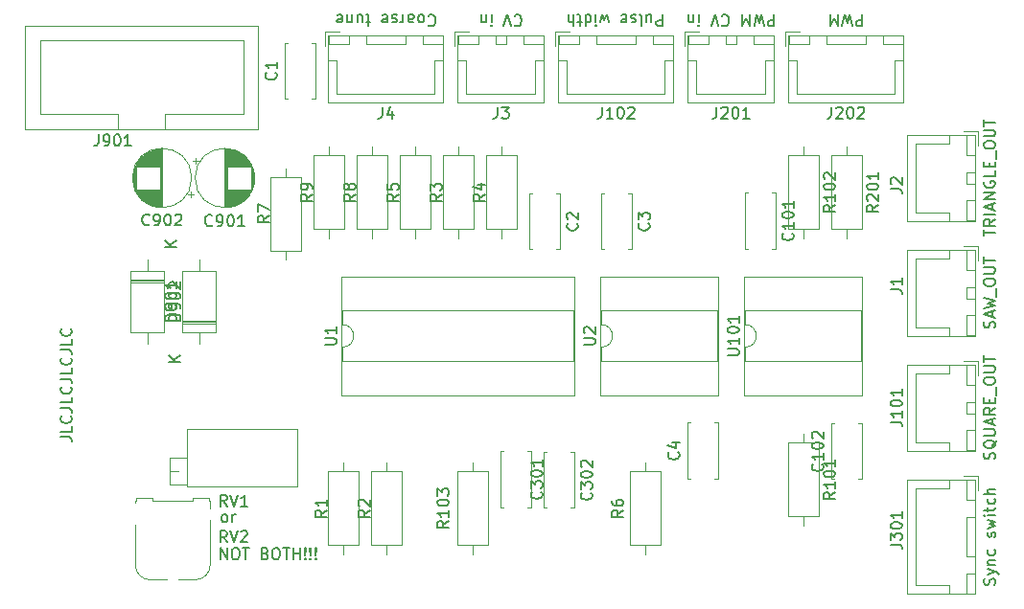
<source format=gbr>
%TF.GenerationSoftware,KiCad,Pcbnew,(5.1.9)-1*%
%TF.CreationDate,2021-01-10T17:19:38+01:00*%
%TF.ProjectId,AS3340,41533333-3430-42e6-9b69-6361645f7063,rev?*%
%TF.SameCoordinates,Original*%
%TF.FileFunction,Legend,Top*%
%TF.FilePolarity,Positive*%
%FSLAX46Y46*%
G04 Gerber Fmt 4.6, Leading zero omitted, Abs format (unit mm)*
G04 Created by KiCad (PCBNEW (5.1.9)-1) date 2021-01-10 17:19:38*
%MOMM*%
%LPD*%
G01*
G04 APERTURE LIST*
%ADD10C,0.150000*%
%ADD11C,0.120000*%
G04 APERTURE END LIST*
D10*
X77938380Y-74977047D02*
X78652666Y-74977047D01*
X78795523Y-75024666D01*
X78890761Y-75119904D01*
X78938380Y-75262761D01*
X78938380Y-75358000D01*
X78938380Y-74024666D02*
X78938380Y-74500857D01*
X77938380Y-74500857D01*
X78843142Y-73119904D02*
X78890761Y-73167523D01*
X78938380Y-73310380D01*
X78938380Y-73405619D01*
X78890761Y-73548476D01*
X78795523Y-73643714D01*
X78700285Y-73691333D01*
X78509809Y-73738952D01*
X78366952Y-73738952D01*
X78176476Y-73691333D01*
X78081238Y-73643714D01*
X77986000Y-73548476D01*
X77938380Y-73405619D01*
X77938380Y-73310380D01*
X77986000Y-73167523D01*
X78033619Y-73119904D01*
X77938380Y-72405619D02*
X78652666Y-72405619D01*
X78795523Y-72453238D01*
X78890761Y-72548476D01*
X78938380Y-72691333D01*
X78938380Y-72786571D01*
X78938380Y-71453238D02*
X78938380Y-71929428D01*
X77938380Y-71929428D01*
X78843142Y-70548476D02*
X78890761Y-70596095D01*
X78938380Y-70738952D01*
X78938380Y-70834190D01*
X78890761Y-70977047D01*
X78795523Y-71072285D01*
X78700285Y-71119904D01*
X78509809Y-71167523D01*
X78366952Y-71167523D01*
X78176476Y-71119904D01*
X78081238Y-71072285D01*
X77986000Y-70977047D01*
X77938380Y-70834190D01*
X77938380Y-70738952D01*
X77986000Y-70596095D01*
X78033619Y-70548476D01*
X77938380Y-69834190D02*
X78652666Y-69834190D01*
X78795523Y-69881809D01*
X78890761Y-69977047D01*
X78938380Y-70119904D01*
X78938380Y-70215142D01*
X78938380Y-68881809D02*
X78938380Y-69358000D01*
X77938380Y-69358000D01*
X78843142Y-67977047D02*
X78890761Y-68024666D01*
X78938380Y-68167523D01*
X78938380Y-68262761D01*
X78890761Y-68405619D01*
X78795523Y-68500857D01*
X78700285Y-68548476D01*
X78509809Y-68596095D01*
X78366952Y-68596095D01*
X78176476Y-68548476D01*
X78081238Y-68500857D01*
X77986000Y-68405619D01*
X77938380Y-68262761D01*
X77938380Y-68167523D01*
X77986000Y-68024666D01*
X78033619Y-67977047D01*
X77938380Y-67262761D02*
X78652666Y-67262761D01*
X78795523Y-67310380D01*
X78890761Y-67405619D01*
X78938380Y-67548476D01*
X78938380Y-67643714D01*
X78938380Y-66310380D02*
X78938380Y-66786571D01*
X77938380Y-66786571D01*
X78843142Y-65405619D02*
X78890761Y-65453238D01*
X78938380Y-65596095D01*
X78938380Y-65691333D01*
X78890761Y-65834190D01*
X78795523Y-65929428D01*
X78700285Y-65977047D01*
X78509809Y-66024666D01*
X78366952Y-66024666D01*
X78176476Y-65977047D01*
X78081238Y-65929428D01*
X77986000Y-65834190D01*
X77938380Y-65691333D01*
X77938380Y-65596095D01*
X77986000Y-65453238D01*
X78033619Y-65405619D01*
X92051714Y-85796380D02*
X92051714Y-84796380D01*
X92623142Y-85796380D01*
X92623142Y-84796380D01*
X93289809Y-84796380D02*
X93480285Y-84796380D01*
X93575523Y-84844000D01*
X93670761Y-84939238D01*
X93718380Y-85129714D01*
X93718380Y-85463047D01*
X93670761Y-85653523D01*
X93575523Y-85748761D01*
X93480285Y-85796380D01*
X93289809Y-85796380D01*
X93194571Y-85748761D01*
X93099333Y-85653523D01*
X93051714Y-85463047D01*
X93051714Y-85129714D01*
X93099333Y-84939238D01*
X93194571Y-84844000D01*
X93289809Y-84796380D01*
X94004095Y-84796380D02*
X94575523Y-84796380D01*
X94289809Y-85796380D02*
X94289809Y-84796380D01*
X96004095Y-85272571D02*
X96146952Y-85320190D01*
X96194571Y-85367809D01*
X96242190Y-85463047D01*
X96242190Y-85605904D01*
X96194571Y-85701142D01*
X96146952Y-85748761D01*
X96051714Y-85796380D01*
X95670761Y-85796380D01*
X95670761Y-84796380D01*
X96004095Y-84796380D01*
X96099333Y-84844000D01*
X96146952Y-84891619D01*
X96194571Y-84986857D01*
X96194571Y-85082095D01*
X96146952Y-85177333D01*
X96099333Y-85224952D01*
X96004095Y-85272571D01*
X95670761Y-85272571D01*
X96861238Y-84796380D02*
X97051714Y-84796380D01*
X97146952Y-84844000D01*
X97242190Y-84939238D01*
X97289809Y-85129714D01*
X97289809Y-85463047D01*
X97242190Y-85653523D01*
X97146952Y-85748761D01*
X97051714Y-85796380D01*
X96861238Y-85796380D01*
X96766000Y-85748761D01*
X96670761Y-85653523D01*
X96623142Y-85463047D01*
X96623142Y-85129714D01*
X96670761Y-84939238D01*
X96766000Y-84844000D01*
X96861238Y-84796380D01*
X97575523Y-84796380D02*
X98146952Y-84796380D01*
X97861238Y-85796380D02*
X97861238Y-84796380D01*
X98480285Y-85796380D02*
X98480285Y-84796380D01*
X98480285Y-85272571D02*
X99051714Y-85272571D01*
X99051714Y-85796380D02*
X99051714Y-84796380D01*
X99527904Y-85701142D02*
X99575523Y-85748761D01*
X99527904Y-85796380D01*
X99480285Y-85748761D01*
X99527904Y-85701142D01*
X99527904Y-85796380D01*
X99527904Y-85415428D02*
X99480285Y-84844000D01*
X99527904Y-84796380D01*
X99575523Y-84844000D01*
X99527904Y-85415428D01*
X99527904Y-84796380D01*
X100004095Y-85701142D02*
X100051714Y-85748761D01*
X100004095Y-85796380D01*
X99956476Y-85748761D01*
X100004095Y-85701142D01*
X100004095Y-85796380D01*
X100004095Y-85415428D02*
X99956476Y-84844000D01*
X100004095Y-84796380D01*
X100051714Y-84844000D01*
X100004095Y-85415428D01*
X100004095Y-84796380D01*
X100480285Y-85701142D02*
X100527904Y-85748761D01*
X100480285Y-85796380D01*
X100432666Y-85748761D01*
X100480285Y-85701142D01*
X100480285Y-85796380D01*
X100480285Y-85415428D02*
X100432666Y-84844000D01*
X100480285Y-84796380D01*
X100527904Y-84844000D01*
X100480285Y-85415428D01*
X100480285Y-84796380D01*
X92329047Y-82494380D02*
X92233809Y-82446761D01*
X92186190Y-82399142D01*
X92138571Y-82303904D01*
X92138571Y-82018190D01*
X92186190Y-81922952D01*
X92233809Y-81875333D01*
X92329047Y-81827714D01*
X92471904Y-81827714D01*
X92567142Y-81875333D01*
X92614761Y-81922952D01*
X92662380Y-82018190D01*
X92662380Y-82303904D01*
X92614761Y-82399142D01*
X92567142Y-82446761D01*
X92471904Y-82494380D01*
X92329047Y-82494380D01*
X93090952Y-82494380D02*
X93090952Y-81827714D01*
X93090952Y-82018190D02*
X93138571Y-81922952D01*
X93186190Y-81875333D01*
X93281428Y-81827714D01*
X93376666Y-81827714D01*
D11*
%TO.C,J901*%
X87140000Y-46430000D02*
X87140000Y-47740000D01*
X87140000Y-46430000D02*
X87140000Y-46430000D01*
X94080000Y-46430000D02*
X87140000Y-46430000D01*
X94080000Y-39930000D02*
X94080000Y-46430000D01*
X76100000Y-39930000D02*
X94080000Y-39930000D01*
X76100000Y-46430000D02*
X76100000Y-39930000D01*
X83040000Y-46430000D02*
X76100000Y-46430000D01*
X83040000Y-47740000D02*
X83040000Y-46430000D01*
X95380000Y-47740000D02*
X74800000Y-47740000D01*
X95380000Y-38620000D02*
X95380000Y-47740000D01*
X74800000Y-38620000D02*
X95380000Y-38620000D01*
X74800000Y-47740000D02*
X74800000Y-38620000D01*
%TO.C,RV2*%
X84634000Y-80378000D02*
X86054000Y-80378000D01*
X86054000Y-80578000D02*
X89634000Y-80578000D01*
X89634000Y-80578000D02*
X89634000Y-80378000D01*
X89634000Y-80378000D02*
X91054000Y-80378000D01*
X91054000Y-80378000D02*
X91054000Y-80578000D01*
X87334000Y-87598000D02*
X85844000Y-87598000D01*
X84534000Y-86288000D02*
X84534000Y-82748000D01*
X91154000Y-82308000D02*
X91154000Y-86288000D01*
X89844000Y-87598000D02*
X88354000Y-87598000D01*
X86054000Y-80578000D02*
X86054000Y-80378000D01*
X84634000Y-80378000D02*
X84634000Y-80578000D01*
X84634000Y-80578000D02*
X84534000Y-80578000D01*
X84534000Y-80578000D02*
X84534000Y-80828000D01*
X91054000Y-80578000D02*
X91154000Y-80578000D01*
X91154000Y-80578000D02*
X91154000Y-81268000D01*
X85844000Y-87598000D02*
G75*
G02*
X84534000Y-86288000I0J1310000D01*
G01*
X91154000Y-86288000D02*
G75*
G02*
X89844000Y-87598000I-1310000J0D01*
G01*
%TO.C,J301*%
X158670000Y-78720000D02*
X152700000Y-78720000D01*
X152700000Y-78720000D02*
X152700000Y-88840000D01*
X152700000Y-88840000D02*
X158670000Y-88840000D01*
X158670000Y-88840000D02*
X158670000Y-78720000D01*
X158660000Y-82030000D02*
X157910000Y-82030000D01*
X157910000Y-82030000D02*
X157910000Y-85530000D01*
X157910000Y-85530000D02*
X158660000Y-85530000D01*
X158660000Y-85530000D02*
X158660000Y-82030000D01*
X158660000Y-78730000D02*
X157910000Y-78730000D01*
X157910000Y-78730000D02*
X157910000Y-80530000D01*
X157910000Y-80530000D02*
X158660000Y-80530000D01*
X158660000Y-80530000D02*
X158660000Y-78730000D01*
X158660000Y-87030000D02*
X157910000Y-87030000D01*
X157910000Y-87030000D02*
X157910000Y-88830000D01*
X157910000Y-88830000D02*
X158660000Y-88830000D01*
X158660000Y-88830000D02*
X158660000Y-87030000D01*
X156410000Y-78730000D02*
X156410000Y-79480000D01*
X156410000Y-79480000D02*
X153460000Y-79480000D01*
X153460000Y-79480000D02*
X153460000Y-83780000D01*
X156410000Y-88830000D02*
X156410000Y-88080000D01*
X156410000Y-88080000D02*
X153460000Y-88080000D01*
X153460000Y-88080000D02*
X153460000Y-83780000D01*
X158960000Y-79680000D02*
X158960000Y-78430000D01*
X158960000Y-78430000D02*
X157710000Y-78430000D01*
%TO.C,C302*%
X123290000Y-76310000D02*
X123290000Y-81250000D01*
X120550000Y-76310000D02*
X120550000Y-81250000D01*
X123290000Y-76310000D02*
X122975000Y-76310000D01*
X120865000Y-76310000D02*
X120550000Y-76310000D01*
X123290000Y-81250000D02*
X122975000Y-81250000D01*
X120865000Y-81250000D02*
X120550000Y-81250000D01*
%TO.C,C301*%
X119480000Y-76230000D02*
X119480000Y-81170000D01*
X116740000Y-76230000D02*
X116740000Y-81170000D01*
X119480000Y-76230000D02*
X119165000Y-76230000D01*
X117055000Y-76230000D02*
X116740000Y-76230000D01*
X119480000Y-81170000D02*
X119165000Y-81170000D01*
X117055000Y-81170000D02*
X116740000Y-81170000D01*
%TO.C,U101*%
X138310000Y-60790000D02*
X138310000Y-71290000D01*
X148710000Y-60790000D02*
X138310000Y-60790000D01*
X148710000Y-71290000D02*
X148710000Y-60790000D01*
X138310000Y-71290000D02*
X148710000Y-71290000D01*
X138370000Y-63790000D02*
X138370000Y-65040000D01*
X148650000Y-63790000D02*
X138370000Y-63790000D01*
X148650000Y-68290000D02*
X148650000Y-63790000D01*
X138370000Y-68290000D02*
X148650000Y-68290000D01*
X138370000Y-67040000D02*
X138370000Y-68290000D01*
X138370000Y-65040000D02*
G75*
G02*
X138370000Y-67040000I0J-1000000D01*
G01*
%TO.C,U2*%
X125610000Y-60790000D02*
X125610000Y-71290000D01*
X136010000Y-60790000D02*
X125610000Y-60790000D01*
X136010000Y-71290000D02*
X136010000Y-60790000D01*
X125610000Y-71290000D02*
X136010000Y-71290000D01*
X125670000Y-63790000D02*
X125670000Y-65040000D01*
X135950000Y-63790000D02*
X125670000Y-63790000D01*
X135950000Y-68290000D02*
X135950000Y-63790000D01*
X125670000Y-68290000D02*
X135950000Y-68290000D01*
X125670000Y-67040000D02*
X125670000Y-68290000D01*
X125670000Y-65040000D02*
G75*
G02*
X125670000Y-67040000I0J-1000000D01*
G01*
%TO.C,U1*%
X102750000Y-60790000D02*
X102750000Y-71290000D01*
X123310000Y-60790000D02*
X102750000Y-60790000D01*
X123310000Y-71290000D02*
X123310000Y-60790000D01*
X102750000Y-71290000D02*
X123310000Y-71290000D01*
X102810000Y-63790000D02*
X102810000Y-65040000D01*
X123250000Y-63790000D02*
X102810000Y-63790000D01*
X123250000Y-68290000D02*
X123250000Y-63790000D01*
X102810000Y-68290000D02*
X123250000Y-68290000D01*
X102810000Y-67040000D02*
X102810000Y-68290000D01*
X102810000Y-65040000D02*
G75*
G02*
X102810000Y-67040000I0J-1000000D01*
G01*
%TO.C,RV1*%
X87575000Y-77985000D02*
X88334000Y-77985000D01*
X89094000Y-76770000D02*
X89094000Y-79200000D01*
X87575000Y-76770000D02*
X87575000Y-79200000D01*
X87575000Y-79200000D02*
X89094000Y-79200000D01*
X87575000Y-76770000D02*
X89094000Y-76770000D01*
X98865000Y-74305000D02*
X98865000Y-79375000D01*
X89095000Y-74305000D02*
X89095000Y-79375000D01*
X89095000Y-79375000D02*
X98865000Y-79375000D01*
X89095000Y-74305000D02*
X98865000Y-74305000D01*
%TO.C,R201*%
X147320000Y-57380000D02*
X147320000Y-56610000D01*
X147320000Y-49300000D02*
X147320000Y-50070000D01*
X148690000Y-56610000D02*
X148690000Y-50070000D01*
X145950000Y-56610000D02*
X148690000Y-56610000D01*
X145950000Y-50070000D02*
X145950000Y-56610000D01*
X148690000Y-50070000D02*
X145950000Y-50070000D01*
%TO.C,R103*%
X114300000Y-85320000D02*
X114300000Y-84550000D01*
X114300000Y-77240000D02*
X114300000Y-78010000D01*
X115670000Y-84550000D02*
X115670000Y-78010000D01*
X112930000Y-84550000D02*
X115670000Y-84550000D01*
X112930000Y-78010000D02*
X112930000Y-84550000D01*
X115670000Y-78010000D02*
X112930000Y-78010000D01*
%TO.C,R102*%
X143510000Y-57380000D02*
X143510000Y-56610000D01*
X143510000Y-49300000D02*
X143510000Y-50070000D01*
X144880000Y-56610000D02*
X144880000Y-50070000D01*
X142140000Y-56610000D02*
X144880000Y-56610000D01*
X142140000Y-50070000D02*
X142140000Y-56610000D01*
X144880000Y-50070000D02*
X142140000Y-50070000D01*
%TO.C,R101*%
X143510000Y-82780000D02*
X143510000Y-82010000D01*
X143510000Y-74700000D02*
X143510000Y-75470000D01*
X144880000Y-82010000D02*
X144880000Y-75470000D01*
X142140000Y-82010000D02*
X144880000Y-82010000D01*
X142140000Y-75470000D02*
X142140000Y-82010000D01*
X144880000Y-75470000D02*
X142140000Y-75470000D01*
%TO.C,R9*%
X101600000Y-57380000D02*
X101600000Y-56610000D01*
X101600000Y-49300000D02*
X101600000Y-50070000D01*
X102970000Y-56610000D02*
X102970000Y-50070000D01*
X100230000Y-56610000D02*
X102970000Y-56610000D01*
X100230000Y-50070000D02*
X100230000Y-56610000D01*
X102970000Y-50070000D02*
X100230000Y-50070000D01*
%TO.C,R8*%
X105410000Y-57380000D02*
X105410000Y-56610000D01*
X105410000Y-49300000D02*
X105410000Y-50070000D01*
X106780000Y-56610000D02*
X106780000Y-50070000D01*
X104040000Y-56610000D02*
X106780000Y-56610000D01*
X104040000Y-50070000D02*
X104040000Y-56610000D01*
X106780000Y-50070000D02*
X104040000Y-50070000D01*
%TO.C,R7*%
X97790000Y-59285000D02*
X97790000Y-58515000D01*
X97790000Y-51205000D02*
X97790000Y-51975000D01*
X99160000Y-58515000D02*
X99160000Y-51975000D01*
X96420000Y-58515000D02*
X99160000Y-58515000D01*
X96420000Y-51975000D02*
X96420000Y-58515000D01*
X99160000Y-51975000D02*
X96420000Y-51975000D01*
%TO.C,R6*%
X129540000Y-77240000D02*
X129540000Y-78010000D01*
X129540000Y-85320000D02*
X129540000Y-84550000D01*
X128170000Y-78010000D02*
X128170000Y-84550000D01*
X130910000Y-78010000D02*
X128170000Y-78010000D01*
X130910000Y-84550000D02*
X130910000Y-78010000D01*
X128170000Y-84550000D02*
X130910000Y-84550000D01*
%TO.C,R5*%
X109220000Y-49300000D02*
X109220000Y-50070000D01*
X109220000Y-57380000D02*
X109220000Y-56610000D01*
X107850000Y-50070000D02*
X107850000Y-56610000D01*
X110590000Y-50070000D02*
X107850000Y-50070000D01*
X110590000Y-56610000D02*
X110590000Y-50070000D01*
X107850000Y-56610000D02*
X110590000Y-56610000D01*
%TO.C,R4*%
X116840000Y-57380000D02*
X116840000Y-56610000D01*
X116840000Y-49300000D02*
X116840000Y-50070000D01*
X118210000Y-56610000D02*
X118210000Y-50070000D01*
X115470000Y-56610000D02*
X118210000Y-56610000D01*
X115470000Y-50070000D02*
X115470000Y-56610000D01*
X118210000Y-50070000D02*
X115470000Y-50070000D01*
%TO.C,R3*%
X113030000Y-57380000D02*
X113030000Y-56610000D01*
X113030000Y-49300000D02*
X113030000Y-50070000D01*
X114400000Y-56610000D02*
X114400000Y-50070000D01*
X111660000Y-56610000D02*
X114400000Y-56610000D01*
X111660000Y-50070000D02*
X111660000Y-56610000D01*
X114400000Y-50070000D02*
X111660000Y-50070000D01*
%TO.C,R2*%
X106680000Y-77240000D02*
X106680000Y-78010000D01*
X106680000Y-85320000D02*
X106680000Y-84550000D01*
X105310000Y-78010000D02*
X105310000Y-84550000D01*
X108050000Y-78010000D02*
X105310000Y-78010000D01*
X108050000Y-84550000D02*
X108050000Y-78010000D01*
X105310000Y-84550000D02*
X108050000Y-84550000D01*
%TO.C,R1*%
X102870000Y-85320000D02*
X102870000Y-84550000D01*
X102870000Y-77240000D02*
X102870000Y-78010000D01*
X104240000Y-84550000D02*
X104240000Y-78010000D01*
X101500000Y-84550000D02*
X104240000Y-84550000D01*
X101500000Y-78010000D02*
X101500000Y-84550000D01*
X104240000Y-78010000D02*
X101500000Y-78010000D01*
%TO.C,J202*%
X141930000Y-39160000D02*
X141930000Y-40410000D01*
X143180000Y-39160000D02*
X141930000Y-39160000D01*
X151580000Y-44660000D02*
X147280000Y-44660000D01*
X151580000Y-41710000D02*
X151580000Y-44660000D01*
X152330000Y-41710000D02*
X151580000Y-41710000D01*
X142980000Y-44660000D02*
X147280000Y-44660000D01*
X142980000Y-41710000D02*
X142980000Y-44660000D01*
X142230000Y-41710000D02*
X142980000Y-41710000D01*
X152330000Y-39460000D02*
X150530000Y-39460000D01*
X152330000Y-40210000D02*
X152330000Y-39460000D01*
X150530000Y-40210000D02*
X152330000Y-40210000D01*
X150530000Y-39460000D02*
X150530000Y-40210000D01*
X144030000Y-39460000D02*
X142230000Y-39460000D01*
X144030000Y-40210000D02*
X144030000Y-39460000D01*
X142230000Y-40210000D02*
X144030000Y-40210000D01*
X142230000Y-39460000D02*
X142230000Y-40210000D01*
X149030000Y-39460000D02*
X145530000Y-39460000D01*
X149030000Y-40210000D02*
X149030000Y-39460000D01*
X145530000Y-40210000D02*
X149030000Y-40210000D01*
X145530000Y-39460000D02*
X145530000Y-40210000D01*
X152340000Y-39450000D02*
X142220000Y-39450000D01*
X152340000Y-45420000D02*
X152340000Y-39450000D01*
X142220000Y-45420000D02*
X152340000Y-45420000D01*
X142220000Y-39450000D02*
X142220000Y-45420000D01*
%TO.C,J201*%
X133040000Y-39160000D02*
X133040000Y-40410000D01*
X134290000Y-39160000D02*
X133040000Y-39160000D01*
X140190000Y-44660000D02*
X137140000Y-44660000D01*
X140190000Y-41710000D02*
X140190000Y-44660000D01*
X140940000Y-41710000D02*
X140190000Y-41710000D01*
X134090000Y-44660000D02*
X137140000Y-44660000D01*
X134090000Y-41710000D02*
X134090000Y-44660000D01*
X133340000Y-41710000D02*
X134090000Y-41710000D01*
X140940000Y-39460000D02*
X139140000Y-39460000D01*
X140940000Y-40210000D02*
X140940000Y-39460000D01*
X139140000Y-40210000D02*
X140940000Y-40210000D01*
X139140000Y-39460000D02*
X139140000Y-40210000D01*
X135140000Y-39460000D02*
X133340000Y-39460000D01*
X135140000Y-40210000D02*
X135140000Y-39460000D01*
X133340000Y-40210000D02*
X135140000Y-40210000D01*
X133340000Y-39460000D02*
X133340000Y-40210000D01*
X137640000Y-39460000D02*
X136640000Y-39460000D01*
X137640000Y-40210000D02*
X137640000Y-39460000D01*
X136640000Y-40210000D02*
X137640000Y-40210000D01*
X136640000Y-39460000D02*
X136640000Y-40210000D01*
X140950000Y-39450000D02*
X133330000Y-39450000D01*
X140950000Y-45420000D02*
X140950000Y-39450000D01*
X133330000Y-45420000D02*
X140950000Y-45420000D01*
X133330000Y-39450000D02*
X133330000Y-45420000D01*
%TO.C,J102*%
X121610000Y-39160000D02*
X121610000Y-40410000D01*
X122860000Y-39160000D02*
X121610000Y-39160000D01*
X131260000Y-44660000D02*
X126960000Y-44660000D01*
X131260000Y-41710000D02*
X131260000Y-44660000D01*
X132010000Y-41710000D02*
X131260000Y-41710000D01*
X122660000Y-44660000D02*
X126960000Y-44660000D01*
X122660000Y-41710000D02*
X122660000Y-44660000D01*
X121910000Y-41710000D02*
X122660000Y-41710000D01*
X132010000Y-39460000D02*
X130210000Y-39460000D01*
X132010000Y-40210000D02*
X132010000Y-39460000D01*
X130210000Y-40210000D02*
X132010000Y-40210000D01*
X130210000Y-39460000D02*
X130210000Y-40210000D01*
X123710000Y-39460000D02*
X121910000Y-39460000D01*
X123710000Y-40210000D02*
X123710000Y-39460000D01*
X121910000Y-40210000D02*
X123710000Y-40210000D01*
X121910000Y-39460000D02*
X121910000Y-40210000D01*
X128710000Y-39460000D02*
X125210000Y-39460000D01*
X128710000Y-40210000D02*
X128710000Y-39460000D01*
X125210000Y-40210000D02*
X128710000Y-40210000D01*
X125210000Y-39460000D02*
X125210000Y-40210000D01*
X132020000Y-39450000D02*
X121900000Y-39450000D01*
X132020000Y-45420000D02*
X132020000Y-39450000D01*
X121900000Y-45420000D02*
X132020000Y-45420000D01*
X121900000Y-39450000D02*
X121900000Y-45420000D01*
%TO.C,J101*%
X158960000Y-68270000D02*
X157710000Y-68270000D01*
X158960000Y-69520000D02*
X158960000Y-68270000D01*
X153460000Y-75420000D02*
X153460000Y-72370000D01*
X156410000Y-75420000D02*
X153460000Y-75420000D01*
X156410000Y-76170000D02*
X156410000Y-75420000D01*
X153460000Y-69320000D02*
X153460000Y-72370000D01*
X156410000Y-69320000D02*
X153460000Y-69320000D01*
X156410000Y-68570000D02*
X156410000Y-69320000D01*
X158660000Y-76170000D02*
X158660000Y-74370000D01*
X157910000Y-76170000D02*
X158660000Y-76170000D01*
X157910000Y-74370000D02*
X157910000Y-76170000D01*
X158660000Y-74370000D02*
X157910000Y-74370000D01*
X158660000Y-70370000D02*
X158660000Y-68570000D01*
X157910000Y-70370000D02*
X158660000Y-70370000D01*
X157910000Y-68570000D02*
X157910000Y-70370000D01*
X158660000Y-68570000D02*
X157910000Y-68570000D01*
X158660000Y-72870000D02*
X158660000Y-71870000D01*
X157910000Y-72870000D02*
X158660000Y-72870000D01*
X157910000Y-71870000D02*
X157910000Y-72870000D01*
X158660000Y-71870000D02*
X157910000Y-71870000D01*
X158670000Y-76180000D02*
X158670000Y-68560000D01*
X152700000Y-76180000D02*
X158670000Y-76180000D01*
X152700000Y-68560000D02*
X152700000Y-76180000D01*
X158670000Y-68560000D02*
X152700000Y-68560000D01*
%TO.C,J4*%
X101290000Y-39160000D02*
X101290000Y-40410000D01*
X102540000Y-39160000D02*
X101290000Y-39160000D01*
X110940000Y-44660000D02*
X106640000Y-44660000D01*
X110940000Y-41710000D02*
X110940000Y-44660000D01*
X111690000Y-41710000D02*
X110940000Y-41710000D01*
X102340000Y-44660000D02*
X106640000Y-44660000D01*
X102340000Y-41710000D02*
X102340000Y-44660000D01*
X101590000Y-41710000D02*
X102340000Y-41710000D01*
X111690000Y-39460000D02*
X109890000Y-39460000D01*
X111690000Y-40210000D02*
X111690000Y-39460000D01*
X109890000Y-40210000D02*
X111690000Y-40210000D01*
X109890000Y-39460000D02*
X109890000Y-40210000D01*
X103390000Y-39460000D02*
X101590000Y-39460000D01*
X103390000Y-40210000D02*
X103390000Y-39460000D01*
X101590000Y-40210000D02*
X103390000Y-40210000D01*
X101590000Y-39460000D02*
X101590000Y-40210000D01*
X108390000Y-39460000D02*
X104890000Y-39460000D01*
X108390000Y-40210000D02*
X108390000Y-39460000D01*
X104890000Y-40210000D02*
X108390000Y-40210000D01*
X104890000Y-39460000D02*
X104890000Y-40210000D01*
X111700000Y-39450000D02*
X101580000Y-39450000D01*
X111700000Y-45420000D02*
X111700000Y-39450000D01*
X101580000Y-45420000D02*
X111700000Y-45420000D01*
X101580000Y-39450000D02*
X101580000Y-45420000D01*
%TO.C,J3*%
X112720000Y-39160000D02*
X112720000Y-40410000D01*
X113970000Y-39160000D02*
X112720000Y-39160000D01*
X119870000Y-44660000D02*
X116820000Y-44660000D01*
X119870000Y-41710000D02*
X119870000Y-44660000D01*
X120620000Y-41710000D02*
X119870000Y-41710000D01*
X113770000Y-44660000D02*
X116820000Y-44660000D01*
X113770000Y-41710000D02*
X113770000Y-44660000D01*
X113020000Y-41710000D02*
X113770000Y-41710000D01*
X120620000Y-39460000D02*
X118820000Y-39460000D01*
X120620000Y-40210000D02*
X120620000Y-39460000D01*
X118820000Y-40210000D02*
X120620000Y-40210000D01*
X118820000Y-39460000D02*
X118820000Y-40210000D01*
X114820000Y-39460000D02*
X113020000Y-39460000D01*
X114820000Y-40210000D02*
X114820000Y-39460000D01*
X113020000Y-40210000D02*
X114820000Y-40210000D01*
X113020000Y-39460000D02*
X113020000Y-40210000D01*
X117320000Y-39460000D02*
X116320000Y-39460000D01*
X117320000Y-40210000D02*
X117320000Y-39460000D01*
X116320000Y-40210000D02*
X117320000Y-40210000D01*
X116320000Y-39460000D02*
X116320000Y-40210000D01*
X120630000Y-39450000D02*
X113010000Y-39450000D01*
X120630000Y-45420000D02*
X120630000Y-39450000D01*
X113010000Y-45420000D02*
X120630000Y-45420000D01*
X113010000Y-39450000D02*
X113010000Y-45420000D01*
%TO.C,J2*%
X158960000Y-47950000D02*
X157710000Y-47950000D01*
X158960000Y-49200000D02*
X158960000Y-47950000D01*
X153460000Y-55100000D02*
X153460000Y-52050000D01*
X156410000Y-55100000D02*
X153460000Y-55100000D01*
X156410000Y-55850000D02*
X156410000Y-55100000D01*
X153460000Y-49000000D02*
X153460000Y-52050000D01*
X156410000Y-49000000D02*
X153460000Y-49000000D01*
X156410000Y-48250000D02*
X156410000Y-49000000D01*
X158660000Y-55850000D02*
X158660000Y-54050000D01*
X157910000Y-55850000D02*
X158660000Y-55850000D01*
X157910000Y-54050000D02*
X157910000Y-55850000D01*
X158660000Y-54050000D02*
X157910000Y-54050000D01*
X158660000Y-50050000D02*
X158660000Y-48250000D01*
X157910000Y-50050000D02*
X158660000Y-50050000D01*
X157910000Y-48250000D02*
X157910000Y-50050000D01*
X158660000Y-48250000D02*
X157910000Y-48250000D01*
X158660000Y-52550000D02*
X158660000Y-51550000D01*
X157910000Y-52550000D02*
X158660000Y-52550000D01*
X157910000Y-51550000D02*
X157910000Y-52550000D01*
X158660000Y-51550000D02*
X157910000Y-51550000D01*
X158670000Y-55860000D02*
X158670000Y-48240000D01*
X152700000Y-55860000D02*
X158670000Y-55860000D01*
X152700000Y-48240000D02*
X152700000Y-55860000D01*
X158670000Y-48240000D02*
X152700000Y-48240000D01*
%TO.C,J1*%
X158960000Y-58110000D02*
X157710000Y-58110000D01*
X158960000Y-59360000D02*
X158960000Y-58110000D01*
X153460000Y-65260000D02*
X153460000Y-62210000D01*
X156410000Y-65260000D02*
X153460000Y-65260000D01*
X156410000Y-66010000D02*
X156410000Y-65260000D01*
X153460000Y-59160000D02*
X153460000Y-62210000D01*
X156410000Y-59160000D02*
X153460000Y-59160000D01*
X156410000Y-58410000D02*
X156410000Y-59160000D01*
X158660000Y-66010000D02*
X158660000Y-64210000D01*
X157910000Y-66010000D02*
X158660000Y-66010000D01*
X157910000Y-64210000D02*
X157910000Y-66010000D01*
X158660000Y-64210000D02*
X157910000Y-64210000D01*
X158660000Y-60210000D02*
X158660000Y-58410000D01*
X157910000Y-60210000D02*
X158660000Y-60210000D01*
X157910000Y-58410000D02*
X157910000Y-60210000D01*
X158660000Y-58410000D02*
X157910000Y-58410000D01*
X158660000Y-62710000D02*
X158660000Y-61710000D01*
X157910000Y-62710000D02*
X158660000Y-62710000D01*
X157910000Y-61710000D02*
X157910000Y-62710000D01*
X158660000Y-61710000D02*
X157910000Y-61710000D01*
X158670000Y-66020000D02*
X158670000Y-58400000D01*
X152700000Y-66020000D02*
X158670000Y-66020000D01*
X152700000Y-58400000D02*
X152700000Y-66020000D01*
X158670000Y-58400000D02*
X152700000Y-58400000D01*
%TO.C,D902*%
X87068000Y-61052000D02*
X84128000Y-61052000D01*
X87068000Y-61292000D02*
X84128000Y-61292000D01*
X87068000Y-61172000D02*
X84128000Y-61172000D01*
X85598000Y-66732000D02*
X85598000Y-65712000D01*
X85598000Y-59252000D02*
X85598000Y-60272000D01*
X87068000Y-65712000D02*
X87068000Y-60272000D01*
X84128000Y-65712000D02*
X87068000Y-65712000D01*
X84128000Y-60272000D02*
X84128000Y-65712000D01*
X87068000Y-60272000D02*
X84128000Y-60272000D01*
%TO.C,D901*%
X88700000Y-64932000D02*
X91640000Y-64932000D01*
X88700000Y-64692000D02*
X91640000Y-64692000D01*
X88700000Y-64812000D02*
X91640000Y-64812000D01*
X90170000Y-59252000D02*
X90170000Y-60272000D01*
X90170000Y-66732000D02*
X90170000Y-65712000D01*
X88700000Y-60272000D02*
X88700000Y-65712000D01*
X91640000Y-60272000D02*
X88700000Y-60272000D01*
X91640000Y-65712000D02*
X91640000Y-60272000D01*
X88700000Y-65712000D02*
X91640000Y-65712000D01*
%TO.C,C902*%
X89442775Y-53795000D02*
X89442775Y-53295000D01*
X89692775Y-53545000D02*
X89192775Y-53545000D01*
X84287000Y-52354000D02*
X84287000Y-51786000D01*
X84327000Y-52588000D02*
X84327000Y-51552000D01*
X84367000Y-52747000D02*
X84367000Y-51393000D01*
X84407000Y-52875000D02*
X84407000Y-51265000D01*
X84447000Y-52985000D02*
X84447000Y-51155000D01*
X84487000Y-53081000D02*
X84487000Y-51059000D01*
X84527000Y-53168000D02*
X84527000Y-50972000D01*
X84567000Y-53248000D02*
X84567000Y-50892000D01*
X84607000Y-51030000D02*
X84607000Y-50819000D01*
X84607000Y-53321000D02*
X84607000Y-53110000D01*
X84647000Y-51030000D02*
X84647000Y-50751000D01*
X84647000Y-53389000D02*
X84647000Y-53110000D01*
X84687000Y-51030000D02*
X84687000Y-50687000D01*
X84687000Y-53453000D02*
X84687000Y-53110000D01*
X84727000Y-51030000D02*
X84727000Y-50627000D01*
X84727000Y-53513000D02*
X84727000Y-53110000D01*
X84767000Y-51030000D02*
X84767000Y-50570000D01*
X84767000Y-53570000D02*
X84767000Y-53110000D01*
X84807000Y-51030000D02*
X84807000Y-50516000D01*
X84807000Y-53624000D02*
X84807000Y-53110000D01*
X84847000Y-51030000D02*
X84847000Y-50465000D01*
X84847000Y-53675000D02*
X84847000Y-53110000D01*
X84887000Y-51030000D02*
X84887000Y-50417000D01*
X84887000Y-53723000D02*
X84887000Y-53110000D01*
X84927000Y-51030000D02*
X84927000Y-50371000D01*
X84927000Y-53769000D02*
X84927000Y-53110000D01*
X84967000Y-51030000D02*
X84967000Y-50327000D01*
X84967000Y-53813000D02*
X84967000Y-53110000D01*
X85007000Y-51030000D02*
X85007000Y-50285000D01*
X85007000Y-53855000D02*
X85007000Y-53110000D01*
X85047000Y-51030000D02*
X85047000Y-50244000D01*
X85047000Y-53896000D02*
X85047000Y-53110000D01*
X85087000Y-51030000D02*
X85087000Y-50206000D01*
X85087000Y-53934000D02*
X85087000Y-53110000D01*
X85127000Y-51030000D02*
X85127000Y-50169000D01*
X85127000Y-53971000D02*
X85127000Y-53110000D01*
X85167000Y-51030000D02*
X85167000Y-50133000D01*
X85167000Y-54007000D02*
X85167000Y-53110000D01*
X85207000Y-51030000D02*
X85207000Y-50099000D01*
X85207000Y-54041000D02*
X85207000Y-53110000D01*
X85247000Y-51030000D02*
X85247000Y-50066000D01*
X85247000Y-54074000D02*
X85247000Y-53110000D01*
X85287000Y-51030000D02*
X85287000Y-50035000D01*
X85287000Y-54105000D02*
X85287000Y-53110000D01*
X85327000Y-51030000D02*
X85327000Y-50005000D01*
X85327000Y-54135000D02*
X85327000Y-53110000D01*
X85367000Y-51030000D02*
X85367000Y-49975000D01*
X85367000Y-54165000D02*
X85367000Y-53110000D01*
X85407000Y-51030000D02*
X85407000Y-49948000D01*
X85407000Y-54192000D02*
X85407000Y-53110000D01*
X85447000Y-51030000D02*
X85447000Y-49921000D01*
X85447000Y-54219000D02*
X85447000Y-53110000D01*
X85487000Y-51030000D02*
X85487000Y-49895000D01*
X85487000Y-54245000D02*
X85487000Y-53110000D01*
X85527000Y-51030000D02*
X85527000Y-49870000D01*
X85527000Y-54270000D02*
X85527000Y-53110000D01*
X85567000Y-51030000D02*
X85567000Y-49846000D01*
X85567000Y-54294000D02*
X85567000Y-53110000D01*
X85607000Y-51030000D02*
X85607000Y-49823000D01*
X85607000Y-54317000D02*
X85607000Y-53110000D01*
X85647000Y-51030000D02*
X85647000Y-49802000D01*
X85647000Y-54338000D02*
X85647000Y-53110000D01*
X85687000Y-51030000D02*
X85687000Y-49780000D01*
X85687000Y-54360000D02*
X85687000Y-53110000D01*
X85727000Y-51030000D02*
X85727000Y-49760000D01*
X85727000Y-54380000D02*
X85727000Y-53110000D01*
X85767000Y-51030000D02*
X85767000Y-49741000D01*
X85767000Y-54399000D02*
X85767000Y-53110000D01*
X85807000Y-51030000D02*
X85807000Y-49722000D01*
X85807000Y-54418000D02*
X85807000Y-53110000D01*
X85847000Y-51030000D02*
X85847000Y-49705000D01*
X85847000Y-54435000D02*
X85847000Y-53110000D01*
X85887000Y-51030000D02*
X85887000Y-49688000D01*
X85887000Y-54452000D02*
X85887000Y-53110000D01*
X85927000Y-51030000D02*
X85927000Y-49672000D01*
X85927000Y-54468000D02*
X85927000Y-53110000D01*
X85967000Y-51030000D02*
X85967000Y-49656000D01*
X85967000Y-54484000D02*
X85967000Y-53110000D01*
X86007000Y-51030000D02*
X86007000Y-49642000D01*
X86007000Y-54498000D02*
X86007000Y-53110000D01*
X86047000Y-51030000D02*
X86047000Y-49628000D01*
X86047000Y-54512000D02*
X86047000Y-53110000D01*
X86087000Y-51030000D02*
X86087000Y-49615000D01*
X86087000Y-54525000D02*
X86087000Y-53110000D01*
X86127000Y-51030000D02*
X86127000Y-49602000D01*
X86127000Y-54538000D02*
X86127000Y-53110000D01*
X86167000Y-51030000D02*
X86167000Y-49590000D01*
X86167000Y-54550000D02*
X86167000Y-53110000D01*
X86208000Y-51030000D02*
X86208000Y-49579000D01*
X86208000Y-54561000D02*
X86208000Y-53110000D01*
X86248000Y-51030000D02*
X86248000Y-49569000D01*
X86248000Y-54571000D02*
X86248000Y-53110000D01*
X86288000Y-51030000D02*
X86288000Y-49559000D01*
X86288000Y-54581000D02*
X86288000Y-53110000D01*
X86328000Y-51030000D02*
X86328000Y-49550000D01*
X86328000Y-54590000D02*
X86328000Y-53110000D01*
X86368000Y-51030000D02*
X86368000Y-49542000D01*
X86368000Y-54598000D02*
X86368000Y-53110000D01*
X86408000Y-51030000D02*
X86408000Y-49534000D01*
X86408000Y-54606000D02*
X86408000Y-53110000D01*
X86448000Y-51030000D02*
X86448000Y-49527000D01*
X86448000Y-54613000D02*
X86448000Y-53110000D01*
X86488000Y-51030000D02*
X86488000Y-49520000D01*
X86488000Y-54620000D02*
X86488000Y-53110000D01*
X86528000Y-51030000D02*
X86528000Y-49514000D01*
X86528000Y-54626000D02*
X86528000Y-53110000D01*
X86568000Y-51030000D02*
X86568000Y-49509000D01*
X86568000Y-54631000D02*
X86568000Y-53110000D01*
X86608000Y-51030000D02*
X86608000Y-49505000D01*
X86608000Y-54635000D02*
X86608000Y-53110000D01*
X86648000Y-51030000D02*
X86648000Y-49501000D01*
X86648000Y-54639000D02*
X86648000Y-53110000D01*
X86688000Y-54643000D02*
X86688000Y-49497000D01*
X86728000Y-54646000D02*
X86728000Y-49494000D01*
X86768000Y-54648000D02*
X86768000Y-49492000D01*
X86808000Y-54649000D02*
X86808000Y-49491000D01*
X86848000Y-54650000D02*
X86848000Y-49490000D01*
X86888000Y-54650000D02*
X86888000Y-49490000D01*
X89508000Y-52070000D02*
G75*
G03*
X89508000Y-52070000I-2620000J0D01*
G01*
%TO.C,C901*%
X89881225Y-50345000D02*
X89881225Y-50845000D01*
X89631225Y-50595000D02*
X90131225Y-50595000D01*
X95037000Y-51786000D02*
X95037000Y-52354000D01*
X94997000Y-51552000D02*
X94997000Y-52588000D01*
X94957000Y-51393000D02*
X94957000Y-52747000D01*
X94917000Y-51265000D02*
X94917000Y-52875000D01*
X94877000Y-51155000D02*
X94877000Y-52985000D01*
X94837000Y-51059000D02*
X94837000Y-53081000D01*
X94797000Y-50972000D02*
X94797000Y-53168000D01*
X94757000Y-50892000D02*
X94757000Y-53248000D01*
X94717000Y-53110000D02*
X94717000Y-53321000D01*
X94717000Y-50819000D02*
X94717000Y-51030000D01*
X94677000Y-53110000D02*
X94677000Y-53389000D01*
X94677000Y-50751000D02*
X94677000Y-51030000D01*
X94637000Y-53110000D02*
X94637000Y-53453000D01*
X94637000Y-50687000D02*
X94637000Y-51030000D01*
X94597000Y-53110000D02*
X94597000Y-53513000D01*
X94597000Y-50627000D02*
X94597000Y-51030000D01*
X94557000Y-53110000D02*
X94557000Y-53570000D01*
X94557000Y-50570000D02*
X94557000Y-51030000D01*
X94517000Y-53110000D02*
X94517000Y-53624000D01*
X94517000Y-50516000D02*
X94517000Y-51030000D01*
X94477000Y-53110000D02*
X94477000Y-53675000D01*
X94477000Y-50465000D02*
X94477000Y-51030000D01*
X94437000Y-53110000D02*
X94437000Y-53723000D01*
X94437000Y-50417000D02*
X94437000Y-51030000D01*
X94397000Y-53110000D02*
X94397000Y-53769000D01*
X94397000Y-50371000D02*
X94397000Y-51030000D01*
X94357000Y-53110000D02*
X94357000Y-53813000D01*
X94357000Y-50327000D02*
X94357000Y-51030000D01*
X94317000Y-53110000D02*
X94317000Y-53855000D01*
X94317000Y-50285000D02*
X94317000Y-51030000D01*
X94277000Y-53110000D02*
X94277000Y-53896000D01*
X94277000Y-50244000D02*
X94277000Y-51030000D01*
X94237000Y-53110000D02*
X94237000Y-53934000D01*
X94237000Y-50206000D02*
X94237000Y-51030000D01*
X94197000Y-53110000D02*
X94197000Y-53971000D01*
X94197000Y-50169000D02*
X94197000Y-51030000D01*
X94157000Y-53110000D02*
X94157000Y-54007000D01*
X94157000Y-50133000D02*
X94157000Y-51030000D01*
X94117000Y-53110000D02*
X94117000Y-54041000D01*
X94117000Y-50099000D02*
X94117000Y-51030000D01*
X94077000Y-53110000D02*
X94077000Y-54074000D01*
X94077000Y-50066000D02*
X94077000Y-51030000D01*
X94037000Y-53110000D02*
X94037000Y-54105000D01*
X94037000Y-50035000D02*
X94037000Y-51030000D01*
X93997000Y-53110000D02*
X93997000Y-54135000D01*
X93997000Y-50005000D02*
X93997000Y-51030000D01*
X93957000Y-53110000D02*
X93957000Y-54165000D01*
X93957000Y-49975000D02*
X93957000Y-51030000D01*
X93917000Y-53110000D02*
X93917000Y-54192000D01*
X93917000Y-49948000D02*
X93917000Y-51030000D01*
X93877000Y-53110000D02*
X93877000Y-54219000D01*
X93877000Y-49921000D02*
X93877000Y-51030000D01*
X93837000Y-53110000D02*
X93837000Y-54245000D01*
X93837000Y-49895000D02*
X93837000Y-51030000D01*
X93797000Y-53110000D02*
X93797000Y-54270000D01*
X93797000Y-49870000D02*
X93797000Y-51030000D01*
X93757000Y-53110000D02*
X93757000Y-54294000D01*
X93757000Y-49846000D02*
X93757000Y-51030000D01*
X93717000Y-53110000D02*
X93717000Y-54317000D01*
X93717000Y-49823000D02*
X93717000Y-51030000D01*
X93677000Y-53110000D02*
X93677000Y-54338000D01*
X93677000Y-49802000D02*
X93677000Y-51030000D01*
X93637000Y-53110000D02*
X93637000Y-54360000D01*
X93637000Y-49780000D02*
X93637000Y-51030000D01*
X93597000Y-53110000D02*
X93597000Y-54380000D01*
X93597000Y-49760000D02*
X93597000Y-51030000D01*
X93557000Y-53110000D02*
X93557000Y-54399000D01*
X93557000Y-49741000D02*
X93557000Y-51030000D01*
X93517000Y-53110000D02*
X93517000Y-54418000D01*
X93517000Y-49722000D02*
X93517000Y-51030000D01*
X93477000Y-53110000D02*
X93477000Y-54435000D01*
X93477000Y-49705000D02*
X93477000Y-51030000D01*
X93437000Y-53110000D02*
X93437000Y-54452000D01*
X93437000Y-49688000D02*
X93437000Y-51030000D01*
X93397000Y-53110000D02*
X93397000Y-54468000D01*
X93397000Y-49672000D02*
X93397000Y-51030000D01*
X93357000Y-53110000D02*
X93357000Y-54484000D01*
X93357000Y-49656000D02*
X93357000Y-51030000D01*
X93317000Y-53110000D02*
X93317000Y-54498000D01*
X93317000Y-49642000D02*
X93317000Y-51030000D01*
X93277000Y-53110000D02*
X93277000Y-54512000D01*
X93277000Y-49628000D02*
X93277000Y-51030000D01*
X93237000Y-53110000D02*
X93237000Y-54525000D01*
X93237000Y-49615000D02*
X93237000Y-51030000D01*
X93197000Y-53110000D02*
X93197000Y-54538000D01*
X93197000Y-49602000D02*
X93197000Y-51030000D01*
X93157000Y-53110000D02*
X93157000Y-54550000D01*
X93157000Y-49590000D02*
X93157000Y-51030000D01*
X93116000Y-53110000D02*
X93116000Y-54561000D01*
X93116000Y-49579000D02*
X93116000Y-51030000D01*
X93076000Y-53110000D02*
X93076000Y-54571000D01*
X93076000Y-49569000D02*
X93076000Y-51030000D01*
X93036000Y-53110000D02*
X93036000Y-54581000D01*
X93036000Y-49559000D02*
X93036000Y-51030000D01*
X92996000Y-53110000D02*
X92996000Y-54590000D01*
X92996000Y-49550000D02*
X92996000Y-51030000D01*
X92956000Y-53110000D02*
X92956000Y-54598000D01*
X92956000Y-49542000D02*
X92956000Y-51030000D01*
X92916000Y-53110000D02*
X92916000Y-54606000D01*
X92916000Y-49534000D02*
X92916000Y-51030000D01*
X92876000Y-53110000D02*
X92876000Y-54613000D01*
X92876000Y-49527000D02*
X92876000Y-51030000D01*
X92836000Y-53110000D02*
X92836000Y-54620000D01*
X92836000Y-49520000D02*
X92836000Y-51030000D01*
X92796000Y-53110000D02*
X92796000Y-54626000D01*
X92796000Y-49514000D02*
X92796000Y-51030000D01*
X92756000Y-53110000D02*
X92756000Y-54631000D01*
X92756000Y-49509000D02*
X92756000Y-51030000D01*
X92716000Y-53110000D02*
X92716000Y-54635000D01*
X92716000Y-49505000D02*
X92716000Y-51030000D01*
X92676000Y-53110000D02*
X92676000Y-54639000D01*
X92676000Y-49501000D02*
X92676000Y-51030000D01*
X92636000Y-49497000D02*
X92636000Y-54643000D01*
X92596000Y-49494000D02*
X92596000Y-54646000D01*
X92556000Y-49492000D02*
X92556000Y-54648000D01*
X92516000Y-49491000D02*
X92516000Y-54649000D01*
X92476000Y-49490000D02*
X92476000Y-54650000D01*
X92436000Y-49490000D02*
X92436000Y-54650000D01*
X95056000Y-52070000D02*
G75*
G03*
X95056000Y-52070000I-2620000J0D01*
G01*
%TO.C,C102*%
X148375000Y-73770000D02*
X148690000Y-73770000D01*
X145950000Y-73770000D02*
X146265000Y-73770000D01*
X148375000Y-78710000D02*
X148690000Y-78710000D01*
X145950000Y-78710000D02*
X146265000Y-78710000D01*
X148690000Y-78710000D02*
X148690000Y-73770000D01*
X145950000Y-78710000D02*
X145950000Y-73770000D01*
%TO.C,C101*%
X138645000Y-58310000D02*
X138330000Y-58310000D01*
X141070000Y-58310000D02*
X140755000Y-58310000D01*
X138645000Y-53370000D02*
X138330000Y-53370000D01*
X141070000Y-53370000D02*
X140755000Y-53370000D01*
X138330000Y-53370000D02*
X138330000Y-58310000D01*
X141070000Y-53370000D02*
X141070000Y-58310000D01*
%TO.C,C4*%
X135675000Y-73690000D02*
X135990000Y-73690000D01*
X133250000Y-73690000D02*
X133565000Y-73690000D01*
X135675000Y-78630000D02*
X135990000Y-78630000D01*
X133250000Y-78630000D02*
X133565000Y-78630000D01*
X135990000Y-78630000D02*
X135990000Y-73690000D01*
X133250000Y-78630000D02*
X133250000Y-73690000D01*
%TO.C,C3*%
X125945000Y-58390000D02*
X125630000Y-58390000D01*
X128370000Y-58390000D02*
X128055000Y-58390000D01*
X125945000Y-53450000D02*
X125630000Y-53450000D01*
X128370000Y-53450000D02*
X128055000Y-53450000D01*
X125630000Y-53450000D02*
X125630000Y-58390000D01*
X128370000Y-53450000D02*
X128370000Y-58390000D01*
%TO.C,C2*%
X121705000Y-53450000D02*
X122020000Y-53450000D01*
X119280000Y-53450000D02*
X119595000Y-53450000D01*
X121705000Y-58390000D02*
X122020000Y-58390000D01*
X119280000Y-58390000D02*
X119595000Y-58390000D01*
X122020000Y-58390000D02*
X122020000Y-53450000D01*
X119280000Y-58390000D02*
X119280000Y-53450000D01*
%TO.C,C1*%
X100115000Y-40115000D02*
X100430000Y-40115000D01*
X97690000Y-40115000D02*
X98005000Y-40115000D01*
X100115000Y-45055000D02*
X100430000Y-45055000D01*
X97690000Y-45055000D02*
X98005000Y-45055000D01*
X100430000Y-45055000D02*
X100430000Y-40115000D01*
X97690000Y-45055000D02*
X97690000Y-40115000D01*
%TO.C,J901*%
D10*
X81264285Y-48220380D02*
X81264285Y-48934666D01*
X81216666Y-49077523D01*
X81121428Y-49172761D01*
X80978571Y-49220380D01*
X80883333Y-49220380D01*
X81788095Y-49220380D02*
X81978571Y-49220380D01*
X82073809Y-49172761D01*
X82121428Y-49125142D01*
X82216666Y-48982285D01*
X82264285Y-48791809D01*
X82264285Y-48410857D01*
X82216666Y-48315619D01*
X82169047Y-48268000D01*
X82073809Y-48220380D01*
X81883333Y-48220380D01*
X81788095Y-48268000D01*
X81740476Y-48315619D01*
X81692857Y-48410857D01*
X81692857Y-48648952D01*
X81740476Y-48744190D01*
X81788095Y-48791809D01*
X81883333Y-48839428D01*
X82073809Y-48839428D01*
X82169047Y-48791809D01*
X82216666Y-48744190D01*
X82264285Y-48648952D01*
X82883333Y-48220380D02*
X82978571Y-48220380D01*
X83073809Y-48268000D01*
X83121428Y-48315619D01*
X83169047Y-48410857D01*
X83216666Y-48601333D01*
X83216666Y-48839428D01*
X83169047Y-49029904D01*
X83121428Y-49125142D01*
X83073809Y-49172761D01*
X82978571Y-49220380D01*
X82883333Y-49220380D01*
X82788095Y-49172761D01*
X82740476Y-49125142D01*
X82692857Y-49029904D01*
X82645238Y-48839428D01*
X82645238Y-48601333D01*
X82692857Y-48410857D01*
X82740476Y-48315619D01*
X82788095Y-48268000D01*
X82883333Y-48220380D01*
X84169047Y-49220380D02*
X83597619Y-49220380D01*
X83883333Y-49220380D02*
X83883333Y-48220380D01*
X83788095Y-48363238D01*
X83692857Y-48458476D01*
X83597619Y-48506095D01*
%TO.C,RV2*%
X92622761Y-84272380D02*
X92289428Y-83796190D01*
X92051333Y-84272380D02*
X92051333Y-83272380D01*
X92432285Y-83272380D01*
X92527523Y-83320000D01*
X92575142Y-83367619D01*
X92622761Y-83462857D01*
X92622761Y-83605714D01*
X92575142Y-83700952D01*
X92527523Y-83748571D01*
X92432285Y-83796190D01*
X92051333Y-83796190D01*
X92908476Y-83272380D02*
X93241809Y-84272380D01*
X93575142Y-83272380D01*
X93860857Y-83367619D02*
X93908476Y-83320000D01*
X94003714Y-83272380D01*
X94241809Y-83272380D01*
X94337047Y-83320000D01*
X94384666Y-83367619D01*
X94432285Y-83462857D01*
X94432285Y-83558095D01*
X94384666Y-83700952D01*
X93813238Y-84272380D01*
X94432285Y-84272380D01*
%TO.C,J301*%
X151217380Y-84470714D02*
X151931666Y-84470714D01*
X152074523Y-84518333D01*
X152169761Y-84613571D01*
X152217380Y-84756428D01*
X152217380Y-84851666D01*
X151217380Y-84089761D02*
X151217380Y-83470714D01*
X151598333Y-83804047D01*
X151598333Y-83661190D01*
X151645952Y-83565952D01*
X151693571Y-83518333D01*
X151788809Y-83470714D01*
X152026904Y-83470714D01*
X152122142Y-83518333D01*
X152169761Y-83565952D01*
X152217380Y-83661190D01*
X152217380Y-83946904D01*
X152169761Y-84042142D01*
X152122142Y-84089761D01*
X151217380Y-82851666D02*
X151217380Y-82756428D01*
X151265000Y-82661190D01*
X151312619Y-82613571D01*
X151407857Y-82565952D01*
X151598333Y-82518333D01*
X151836428Y-82518333D01*
X152026904Y-82565952D01*
X152122142Y-82613571D01*
X152169761Y-82661190D01*
X152217380Y-82756428D01*
X152217380Y-82851666D01*
X152169761Y-82946904D01*
X152122142Y-82994523D01*
X152026904Y-83042142D01*
X151836428Y-83089761D01*
X151598333Y-83089761D01*
X151407857Y-83042142D01*
X151312619Y-82994523D01*
X151265000Y-82946904D01*
X151217380Y-82851666D01*
X152217380Y-81565952D02*
X152217380Y-82137380D01*
X152217380Y-81851666D02*
X151217380Y-81851666D01*
X151360238Y-81946904D01*
X151455476Y-82042142D01*
X151503095Y-82137380D01*
X160424761Y-88041904D02*
X160472380Y-87899047D01*
X160472380Y-87660952D01*
X160424761Y-87565714D01*
X160377142Y-87518095D01*
X160281904Y-87470476D01*
X160186666Y-87470476D01*
X160091428Y-87518095D01*
X160043809Y-87565714D01*
X159996190Y-87660952D01*
X159948571Y-87851428D01*
X159900952Y-87946666D01*
X159853333Y-87994285D01*
X159758095Y-88041904D01*
X159662857Y-88041904D01*
X159567619Y-87994285D01*
X159520000Y-87946666D01*
X159472380Y-87851428D01*
X159472380Y-87613333D01*
X159520000Y-87470476D01*
X159805714Y-87137142D02*
X160472380Y-86899047D01*
X159805714Y-86660952D02*
X160472380Y-86899047D01*
X160710476Y-86994285D01*
X160758095Y-87041904D01*
X160805714Y-87137142D01*
X159805714Y-86280000D02*
X160472380Y-86280000D01*
X159900952Y-86280000D02*
X159853333Y-86232380D01*
X159805714Y-86137142D01*
X159805714Y-85994285D01*
X159853333Y-85899047D01*
X159948571Y-85851428D01*
X160472380Y-85851428D01*
X160424761Y-84946666D02*
X160472380Y-85041904D01*
X160472380Y-85232380D01*
X160424761Y-85327619D01*
X160377142Y-85375238D01*
X160281904Y-85422857D01*
X159996190Y-85422857D01*
X159900952Y-85375238D01*
X159853333Y-85327619D01*
X159805714Y-85232380D01*
X159805714Y-85041904D01*
X159853333Y-84946666D01*
X160424761Y-83803809D02*
X160472380Y-83708571D01*
X160472380Y-83518095D01*
X160424761Y-83422857D01*
X160329523Y-83375238D01*
X160281904Y-83375238D01*
X160186666Y-83422857D01*
X160139047Y-83518095D01*
X160139047Y-83660952D01*
X160091428Y-83756190D01*
X159996190Y-83803809D01*
X159948571Y-83803809D01*
X159853333Y-83756190D01*
X159805714Y-83660952D01*
X159805714Y-83518095D01*
X159853333Y-83422857D01*
X159805714Y-83041904D02*
X160472380Y-82851428D01*
X159996190Y-82660952D01*
X160472380Y-82470476D01*
X159805714Y-82280000D01*
X160472380Y-81899047D02*
X159805714Y-81899047D01*
X159472380Y-81899047D02*
X159520000Y-81946666D01*
X159567619Y-81899047D01*
X159520000Y-81851428D01*
X159472380Y-81899047D01*
X159567619Y-81899047D01*
X159805714Y-81565714D02*
X159805714Y-81184761D01*
X159472380Y-81422857D02*
X160329523Y-81422857D01*
X160424761Y-81375238D01*
X160472380Y-81280000D01*
X160472380Y-81184761D01*
X160424761Y-80422857D02*
X160472380Y-80518095D01*
X160472380Y-80708571D01*
X160424761Y-80803809D01*
X160377142Y-80851428D01*
X160281904Y-80899047D01*
X159996190Y-80899047D01*
X159900952Y-80851428D01*
X159853333Y-80803809D01*
X159805714Y-80708571D01*
X159805714Y-80518095D01*
X159853333Y-80422857D01*
X160472380Y-79994285D02*
X159472380Y-79994285D01*
X160472380Y-79565714D02*
X159948571Y-79565714D01*
X159853333Y-79613333D01*
X159805714Y-79708571D01*
X159805714Y-79851428D01*
X159853333Y-79946666D01*
X159900952Y-79994285D01*
%TO.C,C302*%
X124777142Y-79899047D02*
X124824761Y-79946666D01*
X124872380Y-80089523D01*
X124872380Y-80184761D01*
X124824761Y-80327619D01*
X124729523Y-80422857D01*
X124634285Y-80470476D01*
X124443809Y-80518095D01*
X124300952Y-80518095D01*
X124110476Y-80470476D01*
X124015238Y-80422857D01*
X123920000Y-80327619D01*
X123872380Y-80184761D01*
X123872380Y-80089523D01*
X123920000Y-79946666D01*
X123967619Y-79899047D01*
X123872380Y-79565714D02*
X123872380Y-78946666D01*
X124253333Y-79280000D01*
X124253333Y-79137142D01*
X124300952Y-79041904D01*
X124348571Y-78994285D01*
X124443809Y-78946666D01*
X124681904Y-78946666D01*
X124777142Y-78994285D01*
X124824761Y-79041904D01*
X124872380Y-79137142D01*
X124872380Y-79422857D01*
X124824761Y-79518095D01*
X124777142Y-79565714D01*
X123872380Y-78327619D02*
X123872380Y-78232380D01*
X123920000Y-78137142D01*
X123967619Y-78089523D01*
X124062857Y-78041904D01*
X124253333Y-77994285D01*
X124491428Y-77994285D01*
X124681904Y-78041904D01*
X124777142Y-78089523D01*
X124824761Y-78137142D01*
X124872380Y-78232380D01*
X124872380Y-78327619D01*
X124824761Y-78422857D01*
X124777142Y-78470476D01*
X124681904Y-78518095D01*
X124491428Y-78565714D01*
X124253333Y-78565714D01*
X124062857Y-78518095D01*
X123967619Y-78470476D01*
X123920000Y-78422857D01*
X123872380Y-78327619D01*
X123967619Y-77613333D02*
X123920000Y-77565714D01*
X123872380Y-77470476D01*
X123872380Y-77232380D01*
X123920000Y-77137142D01*
X123967619Y-77089523D01*
X124062857Y-77041904D01*
X124158095Y-77041904D01*
X124300952Y-77089523D01*
X124872380Y-77660952D01*
X124872380Y-77041904D01*
%TO.C,C301*%
X120372142Y-79819047D02*
X120419761Y-79866666D01*
X120467380Y-80009523D01*
X120467380Y-80104761D01*
X120419761Y-80247619D01*
X120324523Y-80342857D01*
X120229285Y-80390476D01*
X120038809Y-80438095D01*
X119895952Y-80438095D01*
X119705476Y-80390476D01*
X119610238Y-80342857D01*
X119515000Y-80247619D01*
X119467380Y-80104761D01*
X119467380Y-80009523D01*
X119515000Y-79866666D01*
X119562619Y-79819047D01*
X119467380Y-79485714D02*
X119467380Y-78866666D01*
X119848333Y-79200000D01*
X119848333Y-79057142D01*
X119895952Y-78961904D01*
X119943571Y-78914285D01*
X120038809Y-78866666D01*
X120276904Y-78866666D01*
X120372142Y-78914285D01*
X120419761Y-78961904D01*
X120467380Y-79057142D01*
X120467380Y-79342857D01*
X120419761Y-79438095D01*
X120372142Y-79485714D01*
X119467380Y-78247619D02*
X119467380Y-78152380D01*
X119515000Y-78057142D01*
X119562619Y-78009523D01*
X119657857Y-77961904D01*
X119848333Y-77914285D01*
X120086428Y-77914285D01*
X120276904Y-77961904D01*
X120372142Y-78009523D01*
X120419761Y-78057142D01*
X120467380Y-78152380D01*
X120467380Y-78247619D01*
X120419761Y-78342857D01*
X120372142Y-78390476D01*
X120276904Y-78438095D01*
X120086428Y-78485714D01*
X119848333Y-78485714D01*
X119657857Y-78438095D01*
X119562619Y-78390476D01*
X119515000Y-78342857D01*
X119467380Y-78247619D01*
X120467380Y-76961904D02*
X120467380Y-77533333D01*
X120467380Y-77247619D02*
X119467380Y-77247619D01*
X119610238Y-77342857D01*
X119705476Y-77438095D01*
X119753095Y-77533333D01*
%TO.C,U101*%
X136822380Y-67754285D02*
X137631904Y-67754285D01*
X137727142Y-67706666D01*
X137774761Y-67659047D01*
X137822380Y-67563809D01*
X137822380Y-67373333D01*
X137774761Y-67278095D01*
X137727142Y-67230476D01*
X137631904Y-67182857D01*
X136822380Y-67182857D01*
X137822380Y-66182857D02*
X137822380Y-66754285D01*
X137822380Y-66468571D02*
X136822380Y-66468571D01*
X136965238Y-66563809D01*
X137060476Y-66659047D01*
X137108095Y-66754285D01*
X136822380Y-65563809D02*
X136822380Y-65468571D01*
X136870000Y-65373333D01*
X136917619Y-65325714D01*
X137012857Y-65278095D01*
X137203333Y-65230476D01*
X137441428Y-65230476D01*
X137631904Y-65278095D01*
X137727142Y-65325714D01*
X137774761Y-65373333D01*
X137822380Y-65468571D01*
X137822380Y-65563809D01*
X137774761Y-65659047D01*
X137727142Y-65706666D01*
X137631904Y-65754285D01*
X137441428Y-65801904D01*
X137203333Y-65801904D01*
X137012857Y-65754285D01*
X136917619Y-65706666D01*
X136870000Y-65659047D01*
X136822380Y-65563809D01*
X137822380Y-64278095D02*
X137822380Y-64849523D01*
X137822380Y-64563809D02*
X136822380Y-64563809D01*
X136965238Y-64659047D01*
X137060476Y-64754285D01*
X137108095Y-64849523D01*
%TO.C,U2*%
X124122380Y-66801904D02*
X124931904Y-66801904D01*
X125027142Y-66754285D01*
X125074761Y-66706666D01*
X125122380Y-66611428D01*
X125122380Y-66420952D01*
X125074761Y-66325714D01*
X125027142Y-66278095D01*
X124931904Y-66230476D01*
X124122380Y-66230476D01*
X124217619Y-65801904D02*
X124170000Y-65754285D01*
X124122380Y-65659047D01*
X124122380Y-65420952D01*
X124170000Y-65325714D01*
X124217619Y-65278095D01*
X124312857Y-65230476D01*
X124408095Y-65230476D01*
X124550952Y-65278095D01*
X125122380Y-65849523D01*
X125122380Y-65230476D01*
%TO.C,U1*%
X101262380Y-66801904D02*
X102071904Y-66801904D01*
X102167142Y-66754285D01*
X102214761Y-66706666D01*
X102262380Y-66611428D01*
X102262380Y-66420952D01*
X102214761Y-66325714D01*
X102167142Y-66278095D01*
X102071904Y-66230476D01*
X101262380Y-66230476D01*
X102262380Y-65230476D02*
X102262380Y-65801904D01*
X102262380Y-65516190D02*
X101262380Y-65516190D01*
X101405238Y-65611428D01*
X101500476Y-65706666D01*
X101548095Y-65801904D01*
%TO.C,RV1*%
X92622761Y-81097380D02*
X92289428Y-80621190D01*
X92051333Y-81097380D02*
X92051333Y-80097380D01*
X92432285Y-80097380D01*
X92527523Y-80145000D01*
X92575142Y-80192619D01*
X92622761Y-80287857D01*
X92622761Y-80430714D01*
X92575142Y-80525952D01*
X92527523Y-80573571D01*
X92432285Y-80621190D01*
X92051333Y-80621190D01*
X92908476Y-80097380D02*
X93241809Y-81097380D01*
X93575142Y-80097380D01*
X94432285Y-81097380D02*
X93860857Y-81097380D01*
X94146571Y-81097380D02*
X94146571Y-80097380D01*
X94051333Y-80240238D01*
X93956095Y-80335476D01*
X93860857Y-80383095D01*
%TO.C,R201*%
X150142380Y-54459047D02*
X149666190Y-54792380D01*
X150142380Y-55030476D02*
X149142380Y-55030476D01*
X149142380Y-54649523D01*
X149190000Y-54554285D01*
X149237619Y-54506666D01*
X149332857Y-54459047D01*
X149475714Y-54459047D01*
X149570952Y-54506666D01*
X149618571Y-54554285D01*
X149666190Y-54649523D01*
X149666190Y-55030476D01*
X149237619Y-54078095D02*
X149190000Y-54030476D01*
X149142380Y-53935238D01*
X149142380Y-53697142D01*
X149190000Y-53601904D01*
X149237619Y-53554285D01*
X149332857Y-53506666D01*
X149428095Y-53506666D01*
X149570952Y-53554285D01*
X150142380Y-54125714D01*
X150142380Y-53506666D01*
X149142380Y-52887619D02*
X149142380Y-52792380D01*
X149190000Y-52697142D01*
X149237619Y-52649523D01*
X149332857Y-52601904D01*
X149523333Y-52554285D01*
X149761428Y-52554285D01*
X149951904Y-52601904D01*
X150047142Y-52649523D01*
X150094761Y-52697142D01*
X150142380Y-52792380D01*
X150142380Y-52887619D01*
X150094761Y-52982857D01*
X150047142Y-53030476D01*
X149951904Y-53078095D01*
X149761428Y-53125714D01*
X149523333Y-53125714D01*
X149332857Y-53078095D01*
X149237619Y-53030476D01*
X149190000Y-52982857D01*
X149142380Y-52887619D01*
X150142380Y-51601904D02*
X150142380Y-52173333D01*
X150142380Y-51887619D02*
X149142380Y-51887619D01*
X149285238Y-51982857D01*
X149380476Y-52078095D01*
X149428095Y-52173333D01*
%TO.C,R103*%
X112212380Y-82399047D02*
X111736190Y-82732380D01*
X112212380Y-82970476D02*
X111212380Y-82970476D01*
X111212380Y-82589523D01*
X111260000Y-82494285D01*
X111307619Y-82446666D01*
X111402857Y-82399047D01*
X111545714Y-82399047D01*
X111640952Y-82446666D01*
X111688571Y-82494285D01*
X111736190Y-82589523D01*
X111736190Y-82970476D01*
X112212380Y-81446666D02*
X112212380Y-82018095D01*
X112212380Y-81732380D02*
X111212380Y-81732380D01*
X111355238Y-81827619D01*
X111450476Y-81922857D01*
X111498095Y-82018095D01*
X111212380Y-80827619D02*
X111212380Y-80732380D01*
X111260000Y-80637142D01*
X111307619Y-80589523D01*
X111402857Y-80541904D01*
X111593333Y-80494285D01*
X111831428Y-80494285D01*
X112021904Y-80541904D01*
X112117142Y-80589523D01*
X112164761Y-80637142D01*
X112212380Y-80732380D01*
X112212380Y-80827619D01*
X112164761Y-80922857D01*
X112117142Y-80970476D01*
X112021904Y-81018095D01*
X111831428Y-81065714D01*
X111593333Y-81065714D01*
X111402857Y-81018095D01*
X111307619Y-80970476D01*
X111260000Y-80922857D01*
X111212380Y-80827619D01*
X111212380Y-80160952D02*
X111212380Y-79541904D01*
X111593333Y-79875238D01*
X111593333Y-79732380D01*
X111640952Y-79637142D01*
X111688571Y-79589523D01*
X111783809Y-79541904D01*
X112021904Y-79541904D01*
X112117142Y-79589523D01*
X112164761Y-79637142D01*
X112212380Y-79732380D01*
X112212380Y-80018095D01*
X112164761Y-80113333D01*
X112117142Y-80160952D01*
%TO.C,R102*%
X146332380Y-54459047D02*
X145856190Y-54792380D01*
X146332380Y-55030476D02*
X145332380Y-55030476D01*
X145332380Y-54649523D01*
X145380000Y-54554285D01*
X145427619Y-54506666D01*
X145522857Y-54459047D01*
X145665714Y-54459047D01*
X145760952Y-54506666D01*
X145808571Y-54554285D01*
X145856190Y-54649523D01*
X145856190Y-55030476D01*
X146332380Y-53506666D02*
X146332380Y-54078095D01*
X146332380Y-53792380D02*
X145332380Y-53792380D01*
X145475238Y-53887619D01*
X145570476Y-53982857D01*
X145618095Y-54078095D01*
X145332380Y-52887619D02*
X145332380Y-52792380D01*
X145380000Y-52697142D01*
X145427619Y-52649523D01*
X145522857Y-52601904D01*
X145713333Y-52554285D01*
X145951428Y-52554285D01*
X146141904Y-52601904D01*
X146237142Y-52649523D01*
X146284761Y-52697142D01*
X146332380Y-52792380D01*
X146332380Y-52887619D01*
X146284761Y-52982857D01*
X146237142Y-53030476D01*
X146141904Y-53078095D01*
X145951428Y-53125714D01*
X145713333Y-53125714D01*
X145522857Y-53078095D01*
X145427619Y-53030476D01*
X145380000Y-52982857D01*
X145332380Y-52887619D01*
X145427619Y-52173333D02*
X145380000Y-52125714D01*
X145332380Y-52030476D01*
X145332380Y-51792380D01*
X145380000Y-51697142D01*
X145427619Y-51649523D01*
X145522857Y-51601904D01*
X145618095Y-51601904D01*
X145760952Y-51649523D01*
X146332380Y-52220952D01*
X146332380Y-51601904D01*
%TO.C,R101*%
X146332380Y-79859047D02*
X145856190Y-80192380D01*
X146332380Y-80430476D02*
X145332380Y-80430476D01*
X145332380Y-80049523D01*
X145380000Y-79954285D01*
X145427619Y-79906666D01*
X145522857Y-79859047D01*
X145665714Y-79859047D01*
X145760952Y-79906666D01*
X145808571Y-79954285D01*
X145856190Y-80049523D01*
X145856190Y-80430476D01*
X146332380Y-78906666D02*
X146332380Y-79478095D01*
X146332380Y-79192380D02*
X145332380Y-79192380D01*
X145475238Y-79287619D01*
X145570476Y-79382857D01*
X145618095Y-79478095D01*
X145332380Y-78287619D02*
X145332380Y-78192380D01*
X145380000Y-78097142D01*
X145427619Y-78049523D01*
X145522857Y-78001904D01*
X145713333Y-77954285D01*
X145951428Y-77954285D01*
X146141904Y-78001904D01*
X146237142Y-78049523D01*
X146284761Y-78097142D01*
X146332380Y-78192380D01*
X146332380Y-78287619D01*
X146284761Y-78382857D01*
X146237142Y-78430476D01*
X146141904Y-78478095D01*
X145951428Y-78525714D01*
X145713333Y-78525714D01*
X145522857Y-78478095D01*
X145427619Y-78430476D01*
X145380000Y-78382857D01*
X145332380Y-78287619D01*
X146332380Y-77001904D02*
X146332380Y-77573333D01*
X146332380Y-77287619D02*
X145332380Y-77287619D01*
X145475238Y-77382857D01*
X145570476Y-77478095D01*
X145618095Y-77573333D01*
%TO.C,R9*%
X100147380Y-53506666D02*
X99671190Y-53840000D01*
X100147380Y-54078095D02*
X99147380Y-54078095D01*
X99147380Y-53697142D01*
X99195000Y-53601904D01*
X99242619Y-53554285D01*
X99337857Y-53506666D01*
X99480714Y-53506666D01*
X99575952Y-53554285D01*
X99623571Y-53601904D01*
X99671190Y-53697142D01*
X99671190Y-54078095D01*
X100147380Y-53030476D02*
X100147380Y-52840000D01*
X100099761Y-52744761D01*
X100052142Y-52697142D01*
X99909285Y-52601904D01*
X99718809Y-52554285D01*
X99337857Y-52554285D01*
X99242619Y-52601904D01*
X99195000Y-52649523D01*
X99147380Y-52744761D01*
X99147380Y-52935238D01*
X99195000Y-53030476D01*
X99242619Y-53078095D01*
X99337857Y-53125714D01*
X99575952Y-53125714D01*
X99671190Y-53078095D01*
X99718809Y-53030476D01*
X99766428Y-52935238D01*
X99766428Y-52744761D01*
X99718809Y-52649523D01*
X99671190Y-52601904D01*
X99575952Y-52554285D01*
%TO.C,R8*%
X103957380Y-53506666D02*
X103481190Y-53840000D01*
X103957380Y-54078095D02*
X102957380Y-54078095D01*
X102957380Y-53697142D01*
X103005000Y-53601904D01*
X103052619Y-53554285D01*
X103147857Y-53506666D01*
X103290714Y-53506666D01*
X103385952Y-53554285D01*
X103433571Y-53601904D01*
X103481190Y-53697142D01*
X103481190Y-54078095D01*
X103385952Y-52935238D02*
X103338333Y-53030476D01*
X103290714Y-53078095D01*
X103195476Y-53125714D01*
X103147857Y-53125714D01*
X103052619Y-53078095D01*
X103005000Y-53030476D01*
X102957380Y-52935238D01*
X102957380Y-52744761D01*
X103005000Y-52649523D01*
X103052619Y-52601904D01*
X103147857Y-52554285D01*
X103195476Y-52554285D01*
X103290714Y-52601904D01*
X103338333Y-52649523D01*
X103385952Y-52744761D01*
X103385952Y-52935238D01*
X103433571Y-53030476D01*
X103481190Y-53078095D01*
X103576428Y-53125714D01*
X103766904Y-53125714D01*
X103862142Y-53078095D01*
X103909761Y-53030476D01*
X103957380Y-52935238D01*
X103957380Y-52744761D01*
X103909761Y-52649523D01*
X103862142Y-52601904D01*
X103766904Y-52554285D01*
X103576428Y-52554285D01*
X103481190Y-52601904D01*
X103433571Y-52649523D01*
X103385952Y-52744761D01*
%TO.C,R7*%
X96337380Y-55411666D02*
X95861190Y-55745000D01*
X96337380Y-55983095D02*
X95337380Y-55983095D01*
X95337380Y-55602142D01*
X95385000Y-55506904D01*
X95432619Y-55459285D01*
X95527857Y-55411666D01*
X95670714Y-55411666D01*
X95765952Y-55459285D01*
X95813571Y-55506904D01*
X95861190Y-55602142D01*
X95861190Y-55983095D01*
X95337380Y-55078333D02*
X95337380Y-54411666D01*
X96337380Y-54840238D01*
%TO.C,R6*%
X127622380Y-81446666D02*
X127146190Y-81780000D01*
X127622380Y-82018095D02*
X126622380Y-82018095D01*
X126622380Y-81637142D01*
X126670000Y-81541904D01*
X126717619Y-81494285D01*
X126812857Y-81446666D01*
X126955714Y-81446666D01*
X127050952Y-81494285D01*
X127098571Y-81541904D01*
X127146190Y-81637142D01*
X127146190Y-82018095D01*
X126622380Y-80589523D02*
X126622380Y-80780000D01*
X126670000Y-80875238D01*
X126717619Y-80922857D01*
X126860476Y-81018095D01*
X127050952Y-81065714D01*
X127431904Y-81065714D01*
X127527142Y-81018095D01*
X127574761Y-80970476D01*
X127622380Y-80875238D01*
X127622380Y-80684761D01*
X127574761Y-80589523D01*
X127527142Y-80541904D01*
X127431904Y-80494285D01*
X127193809Y-80494285D01*
X127098571Y-80541904D01*
X127050952Y-80589523D01*
X127003333Y-80684761D01*
X127003333Y-80875238D01*
X127050952Y-80970476D01*
X127098571Y-81018095D01*
X127193809Y-81065714D01*
%TO.C,R5*%
X107767380Y-53506666D02*
X107291190Y-53840000D01*
X107767380Y-54078095D02*
X106767380Y-54078095D01*
X106767380Y-53697142D01*
X106815000Y-53601904D01*
X106862619Y-53554285D01*
X106957857Y-53506666D01*
X107100714Y-53506666D01*
X107195952Y-53554285D01*
X107243571Y-53601904D01*
X107291190Y-53697142D01*
X107291190Y-54078095D01*
X106767380Y-52601904D02*
X106767380Y-53078095D01*
X107243571Y-53125714D01*
X107195952Y-53078095D01*
X107148333Y-52982857D01*
X107148333Y-52744761D01*
X107195952Y-52649523D01*
X107243571Y-52601904D01*
X107338809Y-52554285D01*
X107576904Y-52554285D01*
X107672142Y-52601904D01*
X107719761Y-52649523D01*
X107767380Y-52744761D01*
X107767380Y-52982857D01*
X107719761Y-53078095D01*
X107672142Y-53125714D01*
%TO.C,R4*%
X115387380Y-53506666D02*
X114911190Y-53840000D01*
X115387380Y-54078095D02*
X114387380Y-54078095D01*
X114387380Y-53697142D01*
X114435000Y-53601904D01*
X114482619Y-53554285D01*
X114577857Y-53506666D01*
X114720714Y-53506666D01*
X114815952Y-53554285D01*
X114863571Y-53601904D01*
X114911190Y-53697142D01*
X114911190Y-54078095D01*
X114720714Y-52649523D02*
X115387380Y-52649523D01*
X114339761Y-52887619D02*
X115054047Y-53125714D01*
X115054047Y-52506666D01*
%TO.C,R3*%
X111577380Y-53506666D02*
X111101190Y-53840000D01*
X111577380Y-54078095D02*
X110577380Y-54078095D01*
X110577380Y-53697142D01*
X110625000Y-53601904D01*
X110672619Y-53554285D01*
X110767857Y-53506666D01*
X110910714Y-53506666D01*
X111005952Y-53554285D01*
X111053571Y-53601904D01*
X111101190Y-53697142D01*
X111101190Y-54078095D01*
X110577380Y-53173333D02*
X110577380Y-52554285D01*
X110958333Y-52887619D01*
X110958333Y-52744761D01*
X111005952Y-52649523D01*
X111053571Y-52601904D01*
X111148809Y-52554285D01*
X111386904Y-52554285D01*
X111482142Y-52601904D01*
X111529761Y-52649523D01*
X111577380Y-52744761D01*
X111577380Y-53030476D01*
X111529761Y-53125714D01*
X111482142Y-53173333D01*
%TO.C,R2*%
X105227380Y-81446666D02*
X104751190Y-81780000D01*
X105227380Y-82018095D02*
X104227380Y-82018095D01*
X104227380Y-81637142D01*
X104275000Y-81541904D01*
X104322619Y-81494285D01*
X104417857Y-81446666D01*
X104560714Y-81446666D01*
X104655952Y-81494285D01*
X104703571Y-81541904D01*
X104751190Y-81637142D01*
X104751190Y-82018095D01*
X104322619Y-81065714D02*
X104275000Y-81018095D01*
X104227380Y-80922857D01*
X104227380Y-80684761D01*
X104275000Y-80589523D01*
X104322619Y-80541904D01*
X104417857Y-80494285D01*
X104513095Y-80494285D01*
X104655952Y-80541904D01*
X105227380Y-81113333D01*
X105227380Y-80494285D01*
%TO.C,R1*%
X101417380Y-81446666D02*
X100941190Y-81780000D01*
X101417380Y-82018095D02*
X100417380Y-82018095D01*
X100417380Y-81637142D01*
X100465000Y-81541904D01*
X100512619Y-81494285D01*
X100607857Y-81446666D01*
X100750714Y-81446666D01*
X100845952Y-81494285D01*
X100893571Y-81541904D01*
X100941190Y-81637142D01*
X100941190Y-82018095D01*
X101417380Y-80494285D02*
X101417380Y-81065714D01*
X101417380Y-80780000D02*
X100417380Y-80780000D01*
X100560238Y-80875238D01*
X100655476Y-80970476D01*
X100703095Y-81065714D01*
%TO.C,J202*%
X145994285Y-45807380D02*
X145994285Y-46521666D01*
X145946666Y-46664523D01*
X145851428Y-46759761D01*
X145708571Y-46807380D01*
X145613333Y-46807380D01*
X146422857Y-45902619D02*
X146470476Y-45855000D01*
X146565714Y-45807380D01*
X146803809Y-45807380D01*
X146899047Y-45855000D01*
X146946666Y-45902619D01*
X146994285Y-45997857D01*
X146994285Y-46093095D01*
X146946666Y-46235952D01*
X146375238Y-46807380D01*
X146994285Y-46807380D01*
X147613333Y-45807380D02*
X147708571Y-45807380D01*
X147803809Y-45855000D01*
X147851428Y-45902619D01*
X147899047Y-45997857D01*
X147946666Y-46188333D01*
X147946666Y-46426428D01*
X147899047Y-46616904D01*
X147851428Y-46712142D01*
X147803809Y-46759761D01*
X147708571Y-46807380D01*
X147613333Y-46807380D01*
X147518095Y-46759761D01*
X147470476Y-46712142D01*
X147422857Y-46616904D01*
X147375238Y-46426428D01*
X147375238Y-46188333D01*
X147422857Y-45997857D01*
X147470476Y-45902619D01*
X147518095Y-45855000D01*
X147613333Y-45807380D01*
X148327619Y-45902619D02*
X148375238Y-45855000D01*
X148470476Y-45807380D01*
X148708571Y-45807380D01*
X148803809Y-45855000D01*
X148851428Y-45902619D01*
X148899047Y-45997857D01*
X148899047Y-46093095D01*
X148851428Y-46235952D01*
X148280000Y-46807380D01*
X148899047Y-46807380D01*
X148724761Y-37647619D02*
X148724761Y-38647619D01*
X148343809Y-38647619D01*
X148248571Y-38600000D01*
X148200952Y-38552380D01*
X148153333Y-38457142D01*
X148153333Y-38314285D01*
X148200952Y-38219047D01*
X148248571Y-38171428D01*
X148343809Y-38123809D01*
X148724761Y-38123809D01*
X147820000Y-38647619D02*
X147581904Y-37647619D01*
X147391428Y-38361904D01*
X147200952Y-37647619D01*
X146962857Y-38647619D01*
X146581904Y-37647619D02*
X146581904Y-38647619D01*
X146248571Y-37933333D01*
X145915238Y-38647619D01*
X145915238Y-37647619D01*
%TO.C,J201*%
X135854285Y-45807380D02*
X135854285Y-46521666D01*
X135806666Y-46664523D01*
X135711428Y-46759761D01*
X135568571Y-46807380D01*
X135473333Y-46807380D01*
X136282857Y-45902619D02*
X136330476Y-45855000D01*
X136425714Y-45807380D01*
X136663809Y-45807380D01*
X136759047Y-45855000D01*
X136806666Y-45902619D01*
X136854285Y-45997857D01*
X136854285Y-46093095D01*
X136806666Y-46235952D01*
X136235238Y-46807380D01*
X136854285Y-46807380D01*
X137473333Y-45807380D02*
X137568571Y-45807380D01*
X137663809Y-45855000D01*
X137711428Y-45902619D01*
X137759047Y-45997857D01*
X137806666Y-46188333D01*
X137806666Y-46426428D01*
X137759047Y-46616904D01*
X137711428Y-46712142D01*
X137663809Y-46759761D01*
X137568571Y-46807380D01*
X137473333Y-46807380D01*
X137378095Y-46759761D01*
X137330476Y-46712142D01*
X137282857Y-46616904D01*
X137235238Y-46426428D01*
X137235238Y-46188333D01*
X137282857Y-45997857D01*
X137330476Y-45902619D01*
X137378095Y-45855000D01*
X137473333Y-45807380D01*
X138759047Y-46807380D02*
X138187619Y-46807380D01*
X138473333Y-46807380D02*
X138473333Y-45807380D01*
X138378095Y-45950238D01*
X138282857Y-46045476D01*
X138187619Y-46093095D01*
X140945714Y-37647619D02*
X140945714Y-38647619D01*
X140564761Y-38647619D01*
X140469523Y-38600000D01*
X140421904Y-38552380D01*
X140374285Y-38457142D01*
X140374285Y-38314285D01*
X140421904Y-38219047D01*
X140469523Y-38171428D01*
X140564761Y-38123809D01*
X140945714Y-38123809D01*
X140040952Y-38647619D02*
X139802857Y-37647619D01*
X139612380Y-38361904D01*
X139421904Y-37647619D01*
X139183809Y-38647619D01*
X138802857Y-37647619D02*
X138802857Y-38647619D01*
X138469523Y-37933333D01*
X138136190Y-38647619D01*
X138136190Y-37647619D01*
X136326666Y-37742857D02*
X136374285Y-37695238D01*
X136517142Y-37647619D01*
X136612380Y-37647619D01*
X136755238Y-37695238D01*
X136850476Y-37790476D01*
X136898095Y-37885714D01*
X136945714Y-38076190D01*
X136945714Y-38219047D01*
X136898095Y-38409523D01*
X136850476Y-38504761D01*
X136755238Y-38600000D01*
X136612380Y-38647619D01*
X136517142Y-38647619D01*
X136374285Y-38600000D01*
X136326666Y-38552380D01*
X136040952Y-38647619D02*
X135707619Y-37647619D01*
X135374285Y-38647619D01*
X134279047Y-37647619D02*
X134279047Y-38314285D01*
X134279047Y-38647619D02*
X134326666Y-38600000D01*
X134279047Y-38552380D01*
X134231428Y-38600000D01*
X134279047Y-38647619D01*
X134279047Y-38552380D01*
X133802857Y-38314285D02*
X133802857Y-37647619D01*
X133802857Y-38219047D02*
X133755238Y-38266666D01*
X133660000Y-38314285D01*
X133517142Y-38314285D01*
X133421904Y-38266666D01*
X133374285Y-38171428D01*
X133374285Y-37647619D01*
%TO.C,J102*%
X125714285Y-45807380D02*
X125714285Y-46521666D01*
X125666666Y-46664523D01*
X125571428Y-46759761D01*
X125428571Y-46807380D01*
X125333333Y-46807380D01*
X126714285Y-46807380D02*
X126142857Y-46807380D01*
X126428571Y-46807380D02*
X126428571Y-45807380D01*
X126333333Y-45950238D01*
X126238095Y-46045476D01*
X126142857Y-46093095D01*
X127333333Y-45807380D02*
X127428571Y-45807380D01*
X127523809Y-45855000D01*
X127571428Y-45902619D01*
X127619047Y-45997857D01*
X127666666Y-46188333D01*
X127666666Y-46426428D01*
X127619047Y-46616904D01*
X127571428Y-46712142D01*
X127523809Y-46759761D01*
X127428571Y-46807380D01*
X127333333Y-46807380D01*
X127238095Y-46759761D01*
X127190476Y-46712142D01*
X127142857Y-46616904D01*
X127095238Y-46426428D01*
X127095238Y-46188333D01*
X127142857Y-45997857D01*
X127190476Y-45902619D01*
X127238095Y-45855000D01*
X127333333Y-45807380D01*
X128047619Y-45902619D02*
X128095238Y-45855000D01*
X128190476Y-45807380D01*
X128428571Y-45807380D01*
X128523809Y-45855000D01*
X128571428Y-45902619D01*
X128619047Y-45997857D01*
X128619047Y-46093095D01*
X128571428Y-46235952D01*
X128000000Y-46807380D01*
X128619047Y-46807380D01*
X131102857Y-37647619D02*
X131102857Y-38647619D01*
X130721904Y-38647619D01*
X130626666Y-38600000D01*
X130579047Y-38552380D01*
X130531428Y-38457142D01*
X130531428Y-38314285D01*
X130579047Y-38219047D01*
X130626666Y-38171428D01*
X130721904Y-38123809D01*
X131102857Y-38123809D01*
X129674285Y-38314285D02*
X129674285Y-37647619D01*
X130102857Y-38314285D02*
X130102857Y-37790476D01*
X130055238Y-37695238D01*
X129960000Y-37647619D01*
X129817142Y-37647619D01*
X129721904Y-37695238D01*
X129674285Y-37742857D01*
X129055238Y-37647619D02*
X129150476Y-37695238D01*
X129198095Y-37790476D01*
X129198095Y-38647619D01*
X128721904Y-37695238D02*
X128626666Y-37647619D01*
X128436190Y-37647619D01*
X128340952Y-37695238D01*
X128293333Y-37790476D01*
X128293333Y-37838095D01*
X128340952Y-37933333D01*
X128436190Y-37980952D01*
X128579047Y-37980952D01*
X128674285Y-38028571D01*
X128721904Y-38123809D01*
X128721904Y-38171428D01*
X128674285Y-38266666D01*
X128579047Y-38314285D01*
X128436190Y-38314285D01*
X128340952Y-38266666D01*
X127483809Y-37695238D02*
X127579047Y-37647619D01*
X127769523Y-37647619D01*
X127864761Y-37695238D01*
X127912380Y-37790476D01*
X127912380Y-38171428D01*
X127864761Y-38266666D01*
X127769523Y-38314285D01*
X127579047Y-38314285D01*
X127483809Y-38266666D01*
X127436190Y-38171428D01*
X127436190Y-38076190D01*
X127912380Y-37980952D01*
X126340952Y-38314285D02*
X126150476Y-37647619D01*
X125960000Y-38123809D01*
X125769523Y-37647619D01*
X125579047Y-38314285D01*
X125198095Y-37647619D02*
X125198095Y-38314285D01*
X125198095Y-38647619D02*
X125245714Y-38600000D01*
X125198095Y-38552380D01*
X125150476Y-38600000D01*
X125198095Y-38647619D01*
X125198095Y-38552380D01*
X124293333Y-37647619D02*
X124293333Y-38647619D01*
X124293333Y-37695238D02*
X124388571Y-37647619D01*
X124579047Y-37647619D01*
X124674285Y-37695238D01*
X124721904Y-37742857D01*
X124769523Y-37838095D01*
X124769523Y-38123809D01*
X124721904Y-38219047D01*
X124674285Y-38266666D01*
X124579047Y-38314285D01*
X124388571Y-38314285D01*
X124293333Y-38266666D01*
X123960000Y-38314285D02*
X123579047Y-38314285D01*
X123817142Y-38647619D02*
X123817142Y-37790476D01*
X123769523Y-37695238D01*
X123674285Y-37647619D01*
X123579047Y-37647619D01*
X123245714Y-37647619D02*
X123245714Y-38647619D01*
X122817142Y-37647619D02*
X122817142Y-38171428D01*
X122864761Y-38266666D01*
X122960000Y-38314285D01*
X123102857Y-38314285D01*
X123198095Y-38266666D01*
X123245714Y-38219047D01*
%TO.C,J101*%
X151217380Y-73655714D02*
X151931666Y-73655714D01*
X152074523Y-73703333D01*
X152169761Y-73798571D01*
X152217380Y-73941428D01*
X152217380Y-74036666D01*
X152217380Y-72655714D02*
X152217380Y-73227142D01*
X152217380Y-72941428D02*
X151217380Y-72941428D01*
X151360238Y-73036666D01*
X151455476Y-73131904D01*
X151503095Y-73227142D01*
X151217380Y-72036666D02*
X151217380Y-71941428D01*
X151265000Y-71846190D01*
X151312619Y-71798571D01*
X151407857Y-71750952D01*
X151598333Y-71703333D01*
X151836428Y-71703333D01*
X152026904Y-71750952D01*
X152122142Y-71798571D01*
X152169761Y-71846190D01*
X152217380Y-71941428D01*
X152217380Y-72036666D01*
X152169761Y-72131904D01*
X152122142Y-72179523D01*
X152026904Y-72227142D01*
X151836428Y-72274761D01*
X151598333Y-72274761D01*
X151407857Y-72227142D01*
X151312619Y-72179523D01*
X151265000Y-72131904D01*
X151217380Y-72036666D01*
X152217380Y-70750952D02*
X152217380Y-71322380D01*
X152217380Y-71036666D02*
X151217380Y-71036666D01*
X151360238Y-71131904D01*
X151455476Y-71227142D01*
X151503095Y-71322380D01*
X160424761Y-76913809D02*
X160472380Y-76770952D01*
X160472380Y-76532857D01*
X160424761Y-76437619D01*
X160377142Y-76390000D01*
X160281904Y-76342380D01*
X160186666Y-76342380D01*
X160091428Y-76390000D01*
X160043809Y-76437619D01*
X159996190Y-76532857D01*
X159948571Y-76723333D01*
X159900952Y-76818571D01*
X159853333Y-76866190D01*
X159758095Y-76913809D01*
X159662857Y-76913809D01*
X159567619Y-76866190D01*
X159520000Y-76818571D01*
X159472380Y-76723333D01*
X159472380Y-76485238D01*
X159520000Y-76342380D01*
X160567619Y-75247142D02*
X160520000Y-75342380D01*
X160424761Y-75437619D01*
X160281904Y-75580476D01*
X160234285Y-75675714D01*
X160234285Y-75770952D01*
X160472380Y-75723333D02*
X160424761Y-75818571D01*
X160329523Y-75913809D01*
X160139047Y-75961428D01*
X159805714Y-75961428D01*
X159615238Y-75913809D01*
X159520000Y-75818571D01*
X159472380Y-75723333D01*
X159472380Y-75532857D01*
X159520000Y-75437619D01*
X159615238Y-75342380D01*
X159805714Y-75294761D01*
X160139047Y-75294761D01*
X160329523Y-75342380D01*
X160424761Y-75437619D01*
X160472380Y-75532857D01*
X160472380Y-75723333D01*
X159472380Y-74866190D02*
X160281904Y-74866190D01*
X160377142Y-74818571D01*
X160424761Y-74770952D01*
X160472380Y-74675714D01*
X160472380Y-74485238D01*
X160424761Y-74390000D01*
X160377142Y-74342380D01*
X160281904Y-74294761D01*
X159472380Y-74294761D01*
X160186666Y-73866190D02*
X160186666Y-73390000D01*
X160472380Y-73961428D02*
X159472380Y-73628095D01*
X160472380Y-73294761D01*
X160472380Y-72390000D02*
X159996190Y-72723333D01*
X160472380Y-72961428D02*
X159472380Y-72961428D01*
X159472380Y-72580476D01*
X159520000Y-72485238D01*
X159567619Y-72437619D01*
X159662857Y-72390000D01*
X159805714Y-72390000D01*
X159900952Y-72437619D01*
X159948571Y-72485238D01*
X159996190Y-72580476D01*
X159996190Y-72961428D01*
X159948571Y-71961428D02*
X159948571Y-71628095D01*
X160472380Y-71485238D02*
X160472380Y-71961428D01*
X159472380Y-71961428D01*
X159472380Y-71485238D01*
X160567619Y-71294761D02*
X160567619Y-70532857D01*
X159472380Y-70104285D02*
X159472380Y-69913809D01*
X159520000Y-69818571D01*
X159615238Y-69723333D01*
X159805714Y-69675714D01*
X160139047Y-69675714D01*
X160329523Y-69723333D01*
X160424761Y-69818571D01*
X160472380Y-69913809D01*
X160472380Y-70104285D01*
X160424761Y-70199523D01*
X160329523Y-70294761D01*
X160139047Y-70342380D01*
X159805714Y-70342380D01*
X159615238Y-70294761D01*
X159520000Y-70199523D01*
X159472380Y-70104285D01*
X159472380Y-69247142D02*
X160281904Y-69247142D01*
X160377142Y-69199523D01*
X160424761Y-69151904D01*
X160472380Y-69056666D01*
X160472380Y-68866190D01*
X160424761Y-68770952D01*
X160377142Y-68723333D01*
X160281904Y-68675714D01*
X159472380Y-68675714D01*
X159472380Y-68342380D02*
X159472380Y-67770952D01*
X160472380Y-68056666D02*
X159472380Y-68056666D01*
%TO.C,J4*%
X106346666Y-45807380D02*
X106346666Y-46521666D01*
X106299047Y-46664523D01*
X106203809Y-46759761D01*
X106060952Y-46807380D01*
X105965714Y-46807380D01*
X107251428Y-46140714D02*
X107251428Y-46807380D01*
X107013333Y-45759761D02*
X106775238Y-46474047D01*
X107394285Y-46474047D01*
X110418095Y-37742857D02*
X110465714Y-37695238D01*
X110608571Y-37647619D01*
X110703809Y-37647619D01*
X110846666Y-37695238D01*
X110941904Y-37790476D01*
X110989523Y-37885714D01*
X111037142Y-38076190D01*
X111037142Y-38219047D01*
X110989523Y-38409523D01*
X110941904Y-38504761D01*
X110846666Y-38600000D01*
X110703809Y-38647619D01*
X110608571Y-38647619D01*
X110465714Y-38600000D01*
X110418095Y-38552380D01*
X109846666Y-37647619D02*
X109941904Y-37695238D01*
X109989523Y-37742857D01*
X110037142Y-37838095D01*
X110037142Y-38123809D01*
X109989523Y-38219047D01*
X109941904Y-38266666D01*
X109846666Y-38314285D01*
X109703809Y-38314285D01*
X109608571Y-38266666D01*
X109560952Y-38219047D01*
X109513333Y-38123809D01*
X109513333Y-37838095D01*
X109560952Y-37742857D01*
X109608571Y-37695238D01*
X109703809Y-37647619D01*
X109846666Y-37647619D01*
X108656190Y-37647619D02*
X108656190Y-38171428D01*
X108703809Y-38266666D01*
X108799047Y-38314285D01*
X108989523Y-38314285D01*
X109084761Y-38266666D01*
X108656190Y-37695238D02*
X108751428Y-37647619D01*
X108989523Y-37647619D01*
X109084761Y-37695238D01*
X109132380Y-37790476D01*
X109132380Y-37885714D01*
X109084761Y-37980952D01*
X108989523Y-38028571D01*
X108751428Y-38028571D01*
X108656190Y-38076190D01*
X108180000Y-37647619D02*
X108180000Y-38314285D01*
X108180000Y-38123809D02*
X108132380Y-38219047D01*
X108084761Y-38266666D01*
X107989523Y-38314285D01*
X107894285Y-38314285D01*
X107608571Y-37695238D02*
X107513333Y-37647619D01*
X107322857Y-37647619D01*
X107227619Y-37695238D01*
X107180000Y-37790476D01*
X107180000Y-37838095D01*
X107227619Y-37933333D01*
X107322857Y-37980952D01*
X107465714Y-37980952D01*
X107560952Y-38028571D01*
X107608571Y-38123809D01*
X107608571Y-38171428D01*
X107560952Y-38266666D01*
X107465714Y-38314285D01*
X107322857Y-38314285D01*
X107227619Y-38266666D01*
X106370476Y-37695238D02*
X106465714Y-37647619D01*
X106656190Y-37647619D01*
X106751428Y-37695238D01*
X106799047Y-37790476D01*
X106799047Y-38171428D01*
X106751428Y-38266666D01*
X106656190Y-38314285D01*
X106465714Y-38314285D01*
X106370476Y-38266666D01*
X106322857Y-38171428D01*
X106322857Y-38076190D01*
X106799047Y-37980952D01*
X105275238Y-38314285D02*
X104894285Y-38314285D01*
X105132380Y-38647619D02*
X105132380Y-37790476D01*
X105084761Y-37695238D01*
X104989523Y-37647619D01*
X104894285Y-37647619D01*
X104132380Y-38314285D02*
X104132380Y-37647619D01*
X104560952Y-38314285D02*
X104560952Y-37790476D01*
X104513333Y-37695238D01*
X104418095Y-37647619D01*
X104275238Y-37647619D01*
X104180000Y-37695238D01*
X104132380Y-37742857D01*
X103656190Y-38314285D02*
X103656190Y-37647619D01*
X103656190Y-38219047D02*
X103608571Y-38266666D01*
X103513333Y-38314285D01*
X103370476Y-38314285D01*
X103275238Y-38266666D01*
X103227619Y-38171428D01*
X103227619Y-37647619D01*
X102370476Y-37695238D02*
X102465714Y-37647619D01*
X102656190Y-37647619D01*
X102751428Y-37695238D01*
X102799047Y-37790476D01*
X102799047Y-38171428D01*
X102751428Y-38266666D01*
X102656190Y-38314285D01*
X102465714Y-38314285D01*
X102370476Y-38266666D01*
X102322857Y-38171428D01*
X102322857Y-38076190D01*
X102799047Y-37980952D01*
%TO.C,J3*%
X116506666Y-45807380D02*
X116506666Y-46521666D01*
X116459047Y-46664523D01*
X116363809Y-46759761D01*
X116220952Y-46807380D01*
X116125714Y-46807380D01*
X116887619Y-45807380D02*
X117506666Y-45807380D01*
X117173333Y-46188333D01*
X117316190Y-46188333D01*
X117411428Y-46235952D01*
X117459047Y-46283571D01*
X117506666Y-46378809D01*
X117506666Y-46616904D01*
X117459047Y-46712142D01*
X117411428Y-46759761D01*
X117316190Y-46807380D01*
X117030476Y-46807380D01*
X116935238Y-46759761D01*
X116887619Y-46712142D01*
X118030476Y-37742857D02*
X118078095Y-37695238D01*
X118220952Y-37647619D01*
X118316190Y-37647619D01*
X118459047Y-37695238D01*
X118554285Y-37790476D01*
X118601904Y-37885714D01*
X118649523Y-38076190D01*
X118649523Y-38219047D01*
X118601904Y-38409523D01*
X118554285Y-38504761D01*
X118459047Y-38600000D01*
X118316190Y-38647619D01*
X118220952Y-38647619D01*
X118078095Y-38600000D01*
X118030476Y-38552380D01*
X117744761Y-38647619D02*
X117411428Y-37647619D01*
X117078095Y-38647619D01*
X115982857Y-37647619D02*
X115982857Y-38314285D01*
X115982857Y-38647619D02*
X116030476Y-38600000D01*
X115982857Y-38552380D01*
X115935238Y-38600000D01*
X115982857Y-38647619D01*
X115982857Y-38552380D01*
X115506666Y-38314285D02*
X115506666Y-37647619D01*
X115506666Y-38219047D02*
X115459047Y-38266666D01*
X115363809Y-38314285D01*
X115220952Y-38314285D01*
X115125714Y-38266666D01*
X115078095Y-38171428D01*
X115078095Y-37647619D01*
%TO.C,J2*%
X151217380Y-53038333D02*
X151931666Y-53038333D01*
X152074523Y-53085952D01*
X152169761Y-53181190D01*
X152217380Y-53324047D01*
X152217380Y-53419285D01*
X151312619Y-52609761D02*
X151265000Y-52562142D01*
X151217380Y-52466904D01*
X151217380Y-52228809D01*
X151265000Y-52133571D01*
X151312619Y-52085952D01*
X151407857Y-52038333D01*
X151503095Y-52038333D01*
X151645952Y-52085952D01*
X152217380Y-52657380D01*
X152217380Y-52038333D01*
X159472380Y-57192857D02*
X159472380Y-56621428D01*
X160472380Y-56907142D02*
X159472380Y-56907142D01*
X160472380Y-55716666D02*
X159996190Y-56050000D01*
X160472380Y-56288095D02*
X159472380Y-56288095D01*
X159472380Y-55907142D01*
X159520000Y-55811904D01*
X159567619Y-55764285D01*
X159662857Y-55716666D01*
X159805714Y-55716666D01*
X159900952Y-55764285D01*
X159948571Y-55811904D01*
X159996190Y-55907142D01*
X159996190Y-56288095D01*
X160472380Y-55288095D02*
X159472380Y-55288095D01*
X160186666Y-54859523D02*
X160186666Y-54383333D01*
X160472380Y-54954761D02*
X159472380Y-54621428D01*
X160472380Y-54288095D01*
X160472380Y-53954761D02*
X159472380Y-53954761D01*
X160472380Y-53383333D01*
X159472380Y-53383333D01*
X159520000Y-52383333D02*
X159472380Y-52478571D01*
X159472380Y-52621428D01*
X159520000Y-52764285D01*
X159615238Y-52859523D01*
X159710476Y-52907142D01*
X159900952Y-52954761D01*
X160043809Y-52954761D01*
X160234285Y-52907142D01*
X160329523Y-52859523D01*
X160424761Y-52764285D01*
X160472380Y-52621428D01*
X160472380Y-52526190D01*
X160424761Y-52383333D01*
X160377142Y-52335714D01*
X160043809Y-52335714D01*
X160043809Y-52526190D01*
X160472380Y-51430952D02*
X160472380Y-51907142D01*
X159472380Y-51907142D01*
X159948571Y-51097619D02*
X159948571Y-50764285D01*
X160472380Y-50621428D02*
X160472380Y-51097619D01*
X159472380Y-51097619D01*
X159472380Y-50621428D01*
X160567619Y-50430952D02*
X160567619Y-49669047D01*
X159472380Y-49240476D02*
X159472380Y-49050000D01*
X159520000Y-48954761D01*
X159615238Y-48859523D01*
X159805714Y-48811904D01*
X160139047Y-48811904D01*
X160329523Y-48859523D01*
X160424761Y-48954761D01*
X160472380Y-49050000D01*
X160472380Y-49240476D01*
X160424761Y-49335714D01*
X160329523Y-49430952D01*
X160139047Y-49478571D01*
X159805714Y-49478571D01*
X159615238Y-49430952D01*
X159520000Y-49335714D01*
X159472380Y-49240476D01*
X159472380Y-48383333D02*
X160281904Y-48383333D01*
X160377142Y-48335714D01*
X160424761Y-48288095D01*
X160472380Y-48192857D01*
X160472380Y-48002380D01*
X160424761Y-47907142D01*
X160377142Y-47859523D01*
X160281904Y-47811904D01*
X159472380Y-47811904D01*
X159472380Y-47478571D02*
X159472380Y-46907142D01*
X160472380Y-47192857D02*
X159472380Y-47192857D01*
%TO.C,J1*%
X151217380Y-61928333D02*
X151931666Y-61928333D01*
X152074523Y-61975952D01*
X152169761Y-62071190D01*
X152217380Y-62214047D01*
X152217380Y-62309285D01*
X152217380Y-60928333D02*
X152217380Y-61499761D01*
X152217380Y-61214047D02*
X151217380Y-61214047D01*
X151360238Y-61309285D01*
X151455476Y-61404523D01*
X151503095Y-61499761D01*
X160424761Y-65325238D02*
X160472380Y-65182380D01*
X160472380Y-64944285D01*
X160424761Y-64849047D01*
X160377142Y-64801428D01*
X160281904Y-64753809D01*
X160186666Y-64753809D01*
X160091428Y-64801428D01*
X160043809Y-64849047D01*
X159996190Y-64944285D01*
X159948571Y-65134761D01*
X159900952Y-65230000D01*
X159853333Y-65277619D01*
X159758095Y-65325238D01*
X159662857Y-65325238D01*
X159567619Y-65277619D01*
X159520000Y-65230000D01*
X159472380Y-65134761D01*
X159472380Y-64896666D01*
X159520000Y-64753809D01*
X160186666Y-64372857D02*
X160186666Y-63896666D01*
X160472380Y-64468095D02*
X159472380Y-64134761D01*
X160472380Y-63801428D01*
X159472380Y-63563333D02*
X160472380Y-63325238D01*
X159758095Y-63134761D01*
X160472380Y-62944285D01*
X159472380Y-62706190D01*
X160567619Y-62563333D02*
X160567619Y-61801428D01*
X159472380Y-61372857D02*
X159472380Y-61182380D01*
X159520000Y-61087142D01*
X159615238Y-60991904D01*
X159805714Y-60944285D01*
X160139047Y-60944285D01*
X160329523Y-60991904D01*
X160424761Y-61087142D01*
X160472380Y-61182380D01*
X160472380Y-61372857D01*
X160424761Y-61468095D01*
X160329523Y-61563333D01*
X160139047Y-61610952D01*
X159805714Y-61610952D01*
X159615238Y-61563333D01*
X159520000Y-61468095D01*
X159472380Y-61372857D01*
X159472380Y-60515714D02*
X160281904Y-60515714D01*
X160377142Y-60468095D01*
X160424761Y-60420476D01*
X160472380Y-60325238D01*
X160472380Y-60134761D01*
X160424761Y-60039523D01*
X160377142Y-59991904D01*
X160281904Y-59944285D01*
X159472380Y-59944285D01*
X159472380Y-59610952D02*
X159472380Y-59039523D01*
X160472380Y-59325238D02*
X159472380Y-59325238D01*
%TO.C,D902*%
X88520380Y-64682476D02*
X87520380Y-64682476D01*
X87520380Y-64444380D01*
X87568000Y-64301523D01*
X87663238Y-64206285D01*
X87758476Y-64158666D01*
X87948952Y-64111047D01*
X88091809Y-64111047D01*
X88282285Y-64158666D01*
X88377523Y-64206285D01*
X88472761Y-64301523D01*
X88520380Y-64444380D01*
X88520380Y-64682476D01*
X88520380Y-63634857D02*
X88520380Y-63444380D01*
X88472761Y-63349142D01*
X88425142Y-63301523D01*
X88282285Y-63206285D01*
X88091809Y-63158666D01*
X87710857Y-63158666D01*
X87615619Y-63206285D01*
X87568000Y-63253904D01*
X87520380Y-63349142D01*
X87520380Y-63539619D01*
X87568000Y-63634857D01*
X87615619Y-63682476D01*
X87710857Y-63730095D01*
X87948952Y-63730095D01*
X88044190Y-63682476D01*
X88091809Y-63634857D01*
X88139428Y-63539619D01*
X88139428Y-63349142D01*
X88091809Y-63253904D01*
X88044190Y-63206285D01*
X87948952Y-63158666D01*
X87520380Y-62539619D02*
X87520380Y-62444380D01*
X87568000Y-62349142D01*
X87615619Y-62301523D01*
X87710857Y-62253904D01*
X87901333Y-62206285D01*
X88139428Y-62206285D01*
X88329904Y-62253904D01*
X88425142Y-62301523D01*
X88472761Y-62349142D01*
X88520380Y-62444380D01*
X88520380Y-62539619D01*
X88472761Y-62634857D01*
X88425142Y-62682476D01*
X88329904Y-62730095D01*
X88139428Y-62777714D01*
X87901333Y-62777714D01*
X87710857Y-62730095D01*
X87615619Y-62682476D01*
X87568000Y-62634857D01*
X87520380Y-62539619D01*
X87615619Y-61825333D02*
X87568000Y-61777714D01*
X87520380Y-61682476D01*
X87520380Y-61444380D01*
X87568000Y-61349142D01*
X87615619Y-61301523D01*
X87710857Y-61253904D01*
X87806095Y-61253904D01*
X87948952Y-61301523D01*
X88520380Y-61872952D01*
X88520380Y-61253904D01*
X88150380Y-58173904D02*
X87150380Y-58173904D01*
X88150380Y-57602476D02*
X87578952Y-58031047D01*
X87150380Y-57602476D02*
X87721809Y-58173904D01*
%TO.C,D901*%
X88152380Y-64682476D02*
X87152380Y-64682476D01*
X87152380Y-64444380D01*
X87200000Y-64301523D01*
X87295238Y-64206285D01*
X87390476Y-64158666D01*
X87580952Y-64111047D01*
X87723809Y-64111047D01*
X87914285Y-64158666D01*
X88009523Y-64206285D01*
X88104761Y-64301523D01*
X88152380Y-64444380D01*
X88152380Y-64682476D01*
X88152380Y-63634857D02*
X88152380Y-63444380D01*
X88104761Y-63349142D01*
X88057142Y-63301523D01*
X87914285Y-63206285D01*
X87723809Y-63158666D01*
X87342857Y-63158666D01*
X87247619Y-63206285D01*
X87200000Y-63253904D01*
X87152380Y-63349142D01*
X87152380Y-63539619D01*
X87200000Y-63634857D01*
X87247619Y-63682476D01*
X87342857Y-63730095D01*
X87580952Y-63730095D01*
X87676190Y-63682476D01*
X87723809Y-63634857D01*
X87771428Y-63539619D01*
X87771428Y-63349142D01*
X87723809Y-63253904D01*
X87676190Y-63206285D01*
X87580952Y-63158666D01*
X87152380Y-62539619D02*
X87152380Y-62444380D01*
X87200000Y-62349142D01*
X87247619Y-62301523D01*
X87342857Y-62253904D01*
X87533333Y-62206285D01*
X87771428Y-62206285D01*
X87961904Y-62253904D01*
X88057142Y-62301523D01*
X88104761Y-62349142D01*
X88152380Y-62444380D01*
X88152380Y-62539619D01*
X88104761Y-62634857D01*
X88057142Y-62682476D01*
X87961904Y-62730095D01*
X87771428Y-62777714D01*
X87533333Y-62777714D01*
X87342857Y-62730095D01*
X87247619Y-62682476D01*
X87200000Y-62634857D01*
X87152380Y-62539619D01*
X88152380Y-61253904D02*
X88152380Y-61825333D01*
X88152380Y-61539619D02*
X87152380Y-61539619D01*
X87295238Y-61634857D01*
X87390476Y-61730095D01*
X87438095Y-61825333D01*
X88522380Y-68333904D02*
X87522380Y-68333904D01*
X88522380Y-67762476D02*
X87950952Y-68191047D01*
X87522380Y-67762476D02*
X88093809Y-68333904D01*
%TO.C,C902*%
X85768952Y-56177142D02*
X85721333Y-56224761D01*
X85578476Y-56272380D01*
X85483238Y-56272380D01*
X85340380Y-56224761D01*
X85245142Y-56129523D01*
X85197523Y-56034285D01*
X85149904Y-55843809D01*
X85149904Y-55700952D01*
X85197523Y-55510476D01*
X85245142Y-55415238D01*
X85340380Y-55320000D01*
X85483238Y-55272380D01*
X85578476Y-55272380D01*
X85721333Y-55320000D01*
X85768952Y-55367619D01*
X86245142Y-56272380D02*
X86435619Y-56272380D01*
X86530857Y-56224761D01*
X86578476Y-56177142D01*
X86673714Y-56034285D01*
X86721333Y-55843809D01*
X86721333Y-55462857D01*
X86673714Y-55367619D01*
X86626095Y-55320000D01*
X86530857Y-55272380D01*
X86340380Y-55272380D01*
X86245142Y-55320000D01*
X86197523Y-55367619D01*
X86149904Y-55462857D01*
X86149904Y-55700952D01*
X86197523Y-55796190D01*
X86245142Y-55843809D01*
X86340380Y-55891428D01*
X86530857Y-55891428D01*
X86626095Y-55843809D01*
X86673714Y-55796190D01*
X86721333Y-55700952D01*
X87340380Y-55272380D02*
X87435619Y-55272380D01*
X87530857Y-55320000D01*
X87578476Y-55367619D01*
X87626095Y-55462857D01*
X87673714Y-55653333D01*
X87673714Y-55891428D01*
X87626095Y-56081904D01*
X87578476Y-56177142D01*
X87530857Y-56224761D01*
X87435619Y-56272380D01*
X87340380Y-56272380D01*
X87245142Y-56224761D01*
X87197523Y-56177142D01*
X87149904Y-56081904D01*
X87102285Y-55891428D01*
X87102285Y-55653333D01*
X87149904Y-55462857D01*
X87197523Y-55367619D01*
X87245142Y-55320000D01*
X87340380Y-55272380D01*
X88054666Y-55367619D02*
X88102285Y-55320000D01*
X88197523Y-55272380D01*
X88435619Y-55272380D01*
X88530857Y-55320000D01*
X88578476Y-55367619D01*
X88626095Y-55462857D01*
X88626095Y-55558095D01*
X88578476Y-55700952D01*
X88007047Y-56272380D01*
X88626095Y-56272380D01*
%TO.C,C901*%
X91316952Y-56237142D02*
X91269333Y-56284761D01*
X91126476Y-56332380D01*
X91031238Y-56332380D01*
X90888380Y-56284761D01*
X90793142Y-56189523D01*
X90745523Y-56094285D01*
X90697904Y-55903809D01*
X90697904Y-55760952D01*
X90745523Y-55570476D01*
X90793142Y-55475238D01*
X90888380Y-55380000D01*
X91031238Y-55332380D01*
X91126476Y-55332380D01*
X91269333Y-55380000D01*
X91316952Y-55427619D01*
X91793142Y-56332380D02*
X91983619Y-56332380D01*
X92078857Y-56284761D01*
X92126476Y-56237142D01*
X92221714Y-56094285D01*
X92269333Y-55903809D01*
X92269333Y-55522857D01*
X92221714Y-55427619D01*
X92174095Y-55380000D01*
X92078857Y-55332380D01*
X91888380Y-55332380D01*
X91793142Y-55380000D01*
X91745523Y-55427619D01*
X91697904Y-55522857D01*
X91697904Y-55760952D01*
X91745523Y-55856190D01*
X91793142Y-55903809D01*
X91888380Y-55951428D01*
X92078857Y-55951428D01*
X92174095Y-55903809D01*
X92221714Y-55856190D01*
X92269333Y-55760952D01*
X92888380Y-55332380D02*
X92983619Y-55332380D01*
X93078857Y-55380000D01*
X93126476Y-55427619D01*
X93174095Y-55522857D01*
X93221714Y-55713333D01*
X93221714Y-55951428D01*
X93174095Y-56141904D01*
X93126476Y-56237142D01*
X93078857Y-56284761D01*
X92983619Y-56332380D01*
X92888380Y-56332380D01*
X92793142Y-56284761D01*
X92745523Y-56237142D01*
X92697904Y-56141904D01*
X92650285Y-55951428D01*
X92650285Y-55713333D01*
X92697904Y-55522857D01*
X92745523Y-55427619D01*
X92793142Y-55380000D01*
X92888380Y-55332380D01*
X94174095Y-56332380D02*
X93602666Y-56332380D01*
X93888380Y-56332380D02*
X93888380Y-55332380D01*
X93793142Y-55475238D01*
X93697904Y-55570476D01*
X93602666Y-55618095D01*
%TO.C,C102*%
X145177142Y-77359047D02*
X145224761Y-77406666D01*
X145272380Y-77549523D01*
X145272380Y-77644761D01*
X145224761Y-77787619D01*
X145129523Y-77882857D01*
X145034285Y-77930476D01*
X144843809Y-77978095D01*
X144700952Y-77978095D01*
X144510476Y-77930476D01*
X144415238Y-77882857D01*
X144320000Y-77787619D01*
X144272380Y-77644761D01*
X144272380Y-77549523D01*
X144320000Y-77406666D01*
X144367619Y-77359047D01*
X145272380Y-76406666D02*
X145272380Y-76978095D01*
X145272380Y-76692380D02*
X144272380Y-76692380D01*
X144415238Y-76787619D01*
X144510476Y-76882857D01*
X144558095Y-76978095D01*
X144272380Y-75787619D02*
X144272380Y-75692380D01*
X144320000Y-75597142D01*
X144367619Y-75549523D01*
X144462857Y-75501904D01*
X144653333Y-75454285D01*
X144891428Y-75454285D01*
X145081904Y-75501904D01*
X145177142Y-75549523D01*
X145224761Y-75597142D01*
X145272380Y-75692380D01*
X145272380Y-75787619D01*
X145224761Y-75882857D01*
X145177142Y-75930476D01*
X145081904Y-75978095D01*
X144891428Y-76025714D01*
X144653333Y-76025714D01*
X144462857Y-75978095D01*
X144367619Y-75930476D01*
X144320000Y-75882857D01*
X144272380Y-75787619D01*
X144367619Y-75073333D02*
X144320000Y-75025714D01*
X144272380Y-74930476D01*
X144272380Y-74692380D01*
X144320000Y-74597142D01*
X144367619Y-74549523D01*
X144462857Y-74501904D01*
X144558095Y-74501904D01*
X144700952Y-74549523D01*
X145272380Y-75120952D01*
X145272380Y-74501904D01*
%TO.C,C101*%
X142557142Y-56959047D02*
X142604761Y-57006666D01*
X142652380Y-57149523D01*
X142652380Y-57244761D01*
X142604761Y-57387619D01*
X142509523Y-57482857D01*
X142414285Y-57530476D01*
X142223809Y-57578095D01*
X142080952Y-57578095D01*
X141890476Y-57530476D01*
X141795238Y-57482857D01*
X141700000Y-57387619D01*
X141652380Y-57244761D01*
X141652380Y-57149523D01*
X141700000Y-57006666D01*
X141747619Y-56959047D01*
X142652380Y-56006666D02*
X142652380Y-56578095D01*
X142652380Y-56292380D02*
X141652380Y-56292380D01*
X141795238Y-56387619D01*
X141890476Y-56482857D01*
X141938095Y-56578095D01*
X141652380Y-55387619D02*
X141652380Y-55292380D01*
X141700000Y-55197142D01*
X141747619Y-55149523D01*
X141842857Y-55101904D01*
X142033333Y-55054285D01*
X142271428Y-55054285D01*
X142461904Y-55101904D01*
X142557142Y-55149523D01*
X142604761Y-55197142D01*
X142652380Y-55292380D01*
X142652380Y-55387619D01*
X142604761Y-55482857D01*
X142557142Y-55530476D01*
X142461904Y-55578095D01*
X142271428Y-55625714D01*
X142033333Y-55625714D01*
X141842857Y-55578095D01*
X141747619Y-55530476D01*
X141700000Y-55482857D01*
X141652380Y-55387619D01*
X142652380Y-54101904D02*
X142652380Y-54673333D01*
X142652380Y-54387619D02*
X141652380Y-54387619D01*
X141795238Y-54482857D01*
X141890476Y-54578095D01*
X141938095Y-54673333D01*
%TO.C,C4*%
X132477142Y-76326666D02*
X132524761Y-76374285D01*
X132572380Y-76517142D01*
X132572380Y-76612380D01*
X132524761Y-76755238D01*
X132429523Y-76850476D01*
X132334285Y-76898095D01*
X132143809Y-76945714D01*
X132000952Y-76945714D01*
X131810476Y-76898095D01*
X131715238Y-76850476D01*
X131620000Y-76755238D01*
X131572380Y-76612380D01*
X131572380Y-76517142D01*
X131620000Y-76374285D01*
X131667619Y-76326666D01*
X131905714Y-75469523D02*
X132572380Y-75469523D01*
X131524761Y-75707619D02*
X132239047Y-75945714D01*
X132239047Y-75326666D01*
%TO.C,C3*%
X129857142Y-56086666D02*
X129904761Y-56134285D01*
X129952380Y-56277142D01*
X129952380Y-56372380D01*
X129904761Y-56515238D01*
X129809523Y-56610476D01*
X129714285Y-56658095D01*
X129523809Y-56705714D01*
X129380952Y-56705714D01*
X129190476Y-56658095D01*
X129095238Y-56610476D01*
X129000000Y-56515238D01*
X128952380Y-56372380D01*
X128952380Y-56277142D01*
X129000000Y-56134285D01*
X129047619Y-56086666D01*
X128952380Y-55753333D02*
X128952380Y-55134285D01*
X129333333Y-55467619D01*
X129333333Y-55324761D01*
X129380952Y-55229523D01*
X129428571Y-55181904D01*
X129523809Y-55134285D01*
X129761904Y-55134285D01*
X129857142Y-55181904D01*
X129904761Y-55229523D01*
X129952380Y-55324761D01*
X129952380Y-55610476D01*
X129904761Y-55705714D01*
X129857142Y-55753333D01*
%TO.C,C2*%
X123547142Y-56086666D02*
X123594761Y-56134285D01*
X123642380Y-56277142D01*
X123642380Y-56372380D01*
X123594761Y-56515238D01*
X123499523Y-56610476D01*
X123404285Y-56658095D01*
X123213809Y-56705714D01*
X123070952Y-56705714D01*
X122880476Y-56658095D01*
X122785238Y-56610476D01*
X122690000Y-56515238D01*
X122642380Y-56372380D01*
X122642380Y-56277142D01*
X122690000Y-56134285D01*
X122737619Y-56086666D01*
X122737619Y-55705714D02*
X122690000Y-55658095D01*
X122642380Y-55562857D01*
X122642380Y-55324761D01*
X122690000Y-55229523D01*
X122737619Y-55181904D01*
X122832857Y-55134285D01*
X122928095Y-55134285D01*
X123070952Y-55181904D01*
X123642380Y-55753333D01*
X123642380Y-55134285D01*
%TO.C,C1*%
X96917142Y-42751666D02*
X96964761Y-42799285D01*
X97012380Y-42942142D01*
X97012380Y-43037380D01*
X96964761Y-43180238D01*
X96869523Y-43275476D01*
X96774285Y-43323095D01*
X96583809Y-43370714D01*
X96440952Y-43370714D01*
X96250476Y-43323095D01*
X96155238Y-43275476D01*
X96060000Y-43180238D01*
X96012380Y-43037380D01*
X96012380Y-42942142D01*
X96060000Y-42799285D01*
X96107619Y-42751666D01*
X97012380Y-41799285D02*
X97012380Y-42370714D01*
X97012380Y-42085000D02*
X96012380Y-42085000D01*
X96155238Y-42180238D01*
X96250476Y-42275476D01*
X96298095Y-42370714D01*
%TD*%
M02*

</source>
